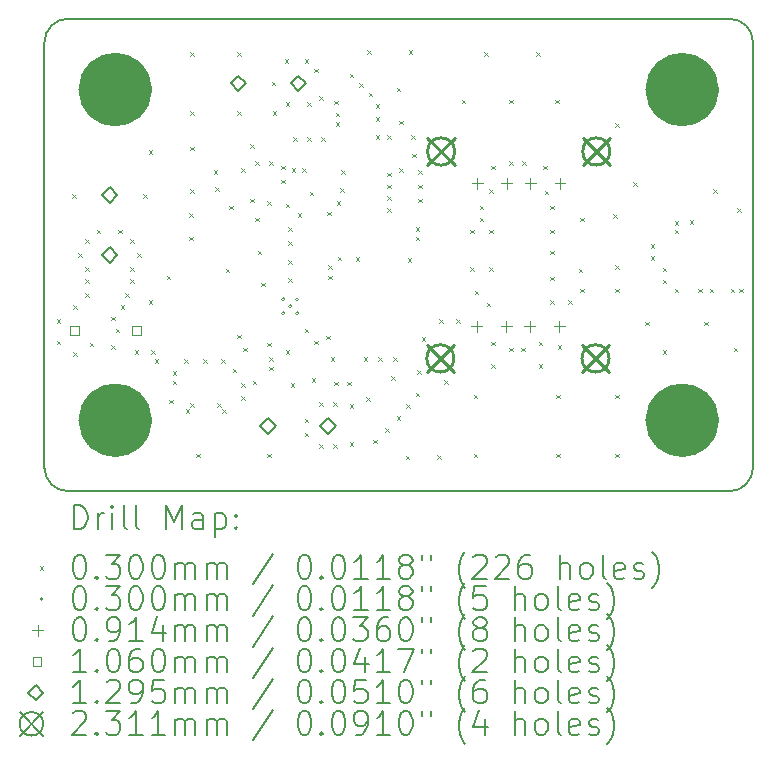
<source format=gbr>
%TF.GenerationSoftware,KiCad,Pcbnew,8.0.6*%
%TF.CreationDate,2025-03-29T16:44:28-07:00*%
%TF.ProjectId,RCA Radio Telescope,52434120-5261-4646-996f-2054656c6573,2.2*%
%TF.SameCoordinates,Original*%
%TF.FileFunction,Drillmap*%
%TF.FilePolarity,Positive*%
%FSLAX45Y45*%
G04 Gerber Fmt 4.5, Leading zero omitted, Abs format (unit mm)*
G04 Created by KiCad (PCBNEW 8.0.6) date 2025-03-29 16:44:28*
%MOMM*%
%LPD*%
G01*
G04 APERTURE LIST*
%ADD10C,3.100000*%
%ADD11C,0.200000*%
%ADD12C,0.100000*%
%ADD13C,0.106000*%
%ADD14C,0.129540*%
%ADD15C,0.231140*%
G04 APERTURE END LIST*
D10*
X2155000Y-2000000D02*
G75*
G02*
X1845000Y-2000000I-155000J0D01*
G01*
X1845000Y-2000000D02*
G75*
G02*
X2155000Y-2000000I155000J0D01*
G01*
D11*
X7200000Y-1400000D02*
G75*
G02*
X7400000Y-1600000I0J-200000D01*
G01*
X1400000Y-1600000D02*
G75*
G02*
X1600000Y-1400000I200000J0D01*
G01*
X1600000Y-1400000D02*
X7200000Y-1400000D01*
X7400000Y-5200000D02*
G75*
G02*
X7200000Y-5400000I-200000J0D01*
G01*
X7400000Y-1600000D02*
X7400000Y-5200000D01*
D10*
X6955000Y-2000000D02*
G75*
G02*
X6645000Y-2000000I-155000J0D01*
G01*
X6645000Y-2000000D02*
G75*
G02*
X6955000Y-2000000I155000J0D01*
G01*
X6955000Y-4800000D02*
G75*
G02*
X6645000Y-4800000I-155000J0D01*
G01*
X6645000Y-4800000D02*
G75*
G02*
X6955000Y-4800000I155000J0D01*
G01*
D11*
X1600000Y-5400000D02*
G75*
G02*
X1400000Y-5200000I0J200000D01*
G01*
X7200000Y-5400000D02*
X1600000Y-5400000D01*
D10*
X2155000Y-4800000D02*
G75*
G02*
X1845000Y-4800000I-155000J0D01*
G01*
X1845000Y-4800000D02*
G75*
G02*
X2155000Y-4800000I155000J0D01*
G01*
D11*
X1400000Y-5200000D02*
X1400000Y-1600000D01*
D12*
X1505000Y-3945000D02*
X1535000Y-3975000D01*
X1535000Y-3945000D02*
X1505000Y-3975000D01*
X1505000Y-4125000D02*
X1535000Y-4155000D01*
X1535000Y-4125000D02*
X1505000Y-4155000D01*
X1635000Y-2885000D02*
X1665000Y-2915000D01*
X1665000Y-2885000D02*
X1635000Y-2915000D01*
X1645000Y-3825000D02*
X1675000Y-3855000D01*
X1675000Y-3825000D02*
X1645000Y-3855000D01*
X1645000Y-4225000D02*
X1675000Y-4255000D01*
X1675000Y-4225000D02*
X1645000Y-4255000D01*
X1685000Y-3385000D02*
X1715000Y-3415000D01*
X1715000Y-3385000D02*
X1685000Y-3415000D01*
X1745000Y-3265000D02*
X1775000Y-3295000D01*
X1775000Y-3265000D02*
X1745000Y-3295000D01*
X1745000Y-3505000D02*
X1775000Y-3535000D01*
X1775000Y-3505000D02*
X1745000Y-3535000D01*
X1745000Y-3605000D02*
X1775000Y-3635000D01*
X1775000Y-3605000D02*
X1745000Y-3635000D01*
X1745000Y-3725000D02*
X1775000Y-3755000D01*
X1775000Y-3725000D02*
X1745000Y-3755000D01*
X1785000Y-4145000D02*
X1815000Y-4175000D01*
X1815000Y-4145000D02*
X1785000Y-4175000D01*
X1845000Y-3185000D02*
X1875000Y-3215000D01*
X1875000Y-3185000D02*
X1845000Y-3215000D01*
X1965000Y-3925000D02*
X1995000Y-3955000D01*
X1995000Y-3925000D02*
X1965000Y-3955000D01*
X1965000Y-4165000D02*
X1995000Y-4195000D01*
X1995000Y-4165000D02*
X1965000Y-4195000D01*
X2005000Y-4025000D02*
X2035000Y-4055000D01*
X2035000Y-4025000D02*
X2005000Y-4055000D01*
X2025000Y-3185000D02*
X2055000Y-3215000D01*
X2055000Y-3185000D02*
X2025000Y-3215000D01*
X2045000Y-3825000D02*
X2075000Y-3855000D01*
X2075000Y-3825000D02*
X2045000Y-3855000D01*
X2085000Y-3725000D02*
X2115000Y-3755000D01*
X2115000Y-3725000D02*
X2085000Y-3755000D01*
X2125000Y-3265000D02*
X2155000Y-3295000D01*
X2155000Y-3265000D02*
X2125000Y-3295000D01*
X2125000Y-3505000D02*
X2155000Y-3535000D01*
X2155000Y-3505000D02*
X2125000Y-3535000D01*
X2125000Y-3605000D02*
X2155000Y-3635000D01*
X2155000Y-3605000D02*
X2125000Y-3635000D01*
X2165000Y-4205000D02*
X2195000Y-4235000D01*
X2195000Y-4205000D02*
X2165000Y-4235000D01*
X2185000Y-3385000D02*
X2215000Y-3415000D01*
X2215000Y-3385000D02*
X2185000Y-3415000D01*
X2235000Y-2885000D02*
X2265000Y-2915000D01*
X2265000Y-2885000D02*
X2235000Y-2915000D01*
X2285000Y-2515000D02*
X2315000Y-2545000D01*
X2315000Y-2515000D02*
X2285000Y-2545000D01*
X2285000Y-3785000D02*
X2315000Y-3815000D01*
X2315000Y-3785000D02*
X2285000Y-3815000D01*
X2305000Y-4205000D02*
X2335000Y-4235000D01*
X2335000Y-4205000D02*
X2305000Y-4235000D01*
X2335000Y-4285000D02*
X2365000Y-4315000D01*
X2365000Y-4285000D02*
X2335000Y-4315000D01*
X2435000Y-3575000D02*
X2465000Y-3605000D01*
X2465000Y-3575000D02*
X2435000Y-3605000D01*
X2455000Y-4625000D02*
X2485000Y-4655000D01*
X2485000Y-4625000D02*
X2455000Y-4655000D01*
X2485000Y-4385000D02*
X2515000Y-4415000D01*
X2515000Y-4385000D02*
X2485000Y-4415000D01*
X2485000Y-4465000D02*
X2515000Y-4495000D01*
X2515000Y-4465000D02*
X2485000Y-4495000D01*
X2585000Y-4285000D02*
X2615000Y-4315000D01*
X2615000Y-4285000D02*
X2585000Y-4315000D01*
X2595000Y-4705000D02*
X2625000Y-4735000D01*
X2625000Y-4705000D02*
X2595000Y-4735000D01*
X2625000Y-3045000D02*
X2655000Y-3075000D01*
X2655000Y-3045000D02*
X2625000Y-3075000D01*
X2625000Y-3245000D02*
X2655000Y-3275000D01*
X2655000Y-3245000D02*
X2625000Y-3275000D01*
X2635000Y-1685000D02*
X2665000Y-1715000D01*
X2665000Y-1685000D02*
X2635000Y-1715000D01*
X2635000Y-2185000D02*
X2665000Y-2215000D01*
X2665000Y-2185000D02*
X2635000Y-2215000D01*
X2635000Y-2485000D02*
X2665000Y-2515000D01*
X2665000Y-2485000D02*
X2635000Y-2515000D01*
X2635000Y-2845000D02*
X2665000Y-2875000D01*
X2665000Y-2845000D02*
X2635000Y-2875000D01*
X2635000Y-4655000D02*
X2665000Y-4685000D01*
X2665000Y-4655000D02*
X2635000Y-4685000D01*
X2685000Y-5085000D02*
X2715000Y-5115000D01*
X2715000Y-5085000D02*
X2685000Y-5115000D01*
X2745000Y-4285000D02*
X2775000Y-4315000D01*
X2775000Y-4285000D02*
X2745000Y-4315000D01*
X2835000Y-2685000D02*
X2865000Y-2715000D01*
X2865000Y-2685000D02*
X2835000Y-2715000D01*
X2845000Y-2825000D02*
X2875000Y-2855000D01*
X2875000Y-2825000D02*
X2845000Y-2855000D01*
X2865000Y-4655000D02*
X2895000Y-4685000D01*
X2895000Y-4655000D02*
X2865000Y-4685000D01*
X2895000Y-4285000D02*
X2925000Y-4315000D01*
X2925000Y-4285000D02*
X2895000Y-4315000D01*
X2905000Y-4705000D02*
X2935000Y-4735000D01*
X2935000Y-4705000D02*
X2905000Y-4735000D01*
X2935000Y-3515000D02*
X2965000Y-3545000D01*
X2965000Y-3515000D02*
X2935000Y-3545000D01*
X2965000Y-2985000D02*
X2995000Y-3015000D01*
X2995000Y-2985000D02*
X2965000Y-3015000D01*
X2995000Y-4365000D02*
X3025000Y-4395000D01*
X3025000Y-4365000D02*
X2995000Y-4395000D01*
X3035000Y-1685000D02*
X3065000Y-1715000D01*
X3065000Y-1685000D02*
X3035000Y-1715000D01*
X3035000Y-2185000D02*
X3065000Y-2215000D01*
X3065000Y-2185000D02*
X3035000Y-2215000D01*
X3035000Y-4075000D02*
X3065000Y-4105000D01*
X3065000Y-4075000D02*
X3035000Y-4105000D01*
X3065000Y-2665000D02*
X3095000Y-2695000D01*
X3095000Y-2665000D02*
X3065000Y-2695000D01*
X3065000Y-4485000D02*
X3095000Y-4515000D01*
X3095000Y-4485000D02*
X3065000Y-4515000D01*
X3065000Y-4595000D02*
X3095000Y-4625000D01*
X3095000Y-4595000D02*
X3065000Y-4625000D01*
X3085000Y-4185000D02*
X3115000Y-4215000D01*
X3115000Y-4185000D02*
X3085000Y-4215000D01*
X3145000Y-2465000D02*
X3175000Y-2495000D01*
X3175000Y-2465000D02*
X3145000Y-2495000D01*
X3145000Y-2925000D02*
X3175000Y-2955000D01*
X3175000Y-2925000D02*
X3145000Y-2955000D01*
X3165000Y-4465000D02*
X3195000Y-4495000D01*
X3195000Y-4465000D02*
X3165000Y-4495000D01*
X3185000Y-2605000D02*
X3215000Y-2635000D01*
X3215000Y-2605000D02*
X3185000Y-2635000D01*
X3185000Y-3085000D02*
X3215000Y-3115000D01*
X3215000Y-3085000D02*
X3185000Y-3115000D01*
X3205000Y-3365000D02*
X3235000Y-3395000D01*
X3235000Y-3365000D02*
X3205000Y-3395000D01*
X3235000Y-3635000D02*
X3265000Y-3665000D01*
X3265000Y-3635000D02*
X3235000Y-3665000D01*
X3285000Y-2945000D02*
X3315000Y-2975000D01*
X3315000Y-2945000D02*
X3285000Y-2975000D01*
X3285000Y-4145000D02*
X3315000Y-4175000D01*
X3315000Y-4145000D02*
X3285000Y-4175000D01*
X3285000Y-5085000D02*
X3315000Y-5115000D01*
X3315000Y-5085000D02*
X3285000Y-5115000D01*
X3305000Y-2605000D02*
X3335000Y-2635000D01*
X3335000Y-2605000D02*
X3305000Y-2635000D01*
X3305000Y-4265000D02*
X3335000Y-4295000D01*
X3335000Y-4265000D02*
X3305000Y-4295000D01*
X3305000Y-4345000D02*
X3335000Y-4375000D01*
X3335000Y-4345000D02*
X3305000Y-4375000D01*
X3325000Y-1935000D02*
X3355000Y-1965000D01*
X3355000Y-1935000D02*
X3325000Y-1965000D01*
X3335000Y-2185000D02*
X3365000Y-2215000D01*
X3365000Y-2185000D02*
X3335000Y-2215000D01*
X3405000Y-2645000D02*
X3435000Y-2675000D01*
X3435000Y-2645000D02*
X3405000Y-2675000D01*
X3405000Y-2765000D02*
X3435000Y-2795000D01*
X3435000Y-2765000D02*
X3405000Y-2795000D01*
X3435000Y-1745000D02*
X3465000Y-1775000D01*
X3465000Y-1745000D02*
X3435000Y-1775000D01*
X3445000Y-2105000D02*
X3475000Y-2135000D01*
X3475000Y-2105000D02*
X3445000Y-2135000D01*
X3445000Y-2965000D02*
X3475000Y-2995000D01*
X3475000Y-2965000D02*
X3445000Y-2995000D01*
X3445000Y-4205000D02*
X3475000Y-4235000D01*
X3475000Y-4205000D02*
X3445000Y-4235000D01*
X3465000Y-3165000D02*
X3495000Y-3195000D01*
X3495000Y-3165000D02*
X3465000Y-3195000D01*
X3465000Y-3285000D02*
X3495000Y-3315000D01*
X3495000Y-3285000D02*
X3465000Y-3315000D01*
X3465000Y-3445000D02*
X3495000Y-3475000D01*
X3495000Y-3445000D02*
X3465000Y-3475000D01*
X3465000Y-3595000D02*
X3495000Y-3625000D01*
X3495000Y-3595000D02*
X3465000Y-3625000D01*
X3485000Y-4485000D02*
X3515000Y-4515000D01*
X3515000Y-4485000D02*
X3485000Y-4515000D01*
X3495000Y-2665000D02*
X3525000Y-2695000D01*
X3525000Y-2665000D02*
X3495000Y-2695000D01*
X3505000Y-2405000D02*
X3535000Y-2435000D01*
X3535000Y-2405000D02*
X3505000Y-2435000D01*
X3545000Y-3045000D02*
X3575000Y-3075000D01*
X3575000Y-3045000D02*
X3545000Y-3075000D01*
X3585000Y-2665000D02*
X3615000Y-2695000D01*
X3615000Y-2665000D02*
X3585000Y-2695000D01*
X3605000Y-1745000D02*
X3635000Y-1775000D01*
X3635000Y-1745000D02*
X3605000Y-1775000D01*
X3605000Y-4025000D02*
X3635000Y-4055000D01*
X3635000Y-4025000D02*
X3605000Y-4055000D01*
X3605000Y-4785000D02*
X3635000Y-4815000D01*
X3635000Y-4785000D02*
X3605000Y-4815000D01*
X3605000Y-4905000D02*
X3635000Y-4935000D01*
X3635000Y-4905000D02*
X3605000Y-4935000D01*
X3625000Y-2105000D02*
X3655000Y-2135000D01*
X3655000Y-2105000D02*
X3625000Y-2135000D01*
X3625000Y-2405000D02*
X3655000Y-2435000D01*
X3655000Y-2405000D02*
X3625000Y-2435000D01*
X3645000Y-2865000D02*
X3675000Y-2895000D01*
X3675000Y-2865000D02*
X3645000Y-2895000D01*
X3665000Y-4445000D02*
X3695000Y-4475000D01*
X3695000Y-4445000D02*
X3665000Y-4475000D01*
X3685000Y-1825000D02*
X3715000Y-1855000D01*
X3715000Y-1825000D02*
X3685000Y-1855000D01*
X3685000Y-4125000D02*
X3715000Y-4155000D01*
X3715000Y-4125000D02*
X3685000Y-4155000D01*
X3725000Y-2055000D02*
X3755000Y-2085000D01*
X3755000Y-2055000D02*
X3725000Y-2085000D01*
X3725000Y-4645000D02*
X3755000Y-4675000D01*
X3755000Y-4645000D02*
X3725000Y-4675000D01*
X3725000Y-5005000D02*
X3755000Y-5035000D01*
X3755000Y-5005000D02*
X3725000Y-5035000D01*
X3745000Y-2405000D02*
X3775000Y-2435000D01*
X3775000Y-2405000D02*
X3745000Y-2435000D01*
X3785000Y-4085000D02*
X3815000Y-4115000D01*
X3815000Y-4085000D02*
X3785000Y-4115000D01*
X3795000Y-3035000D02*
X3825000Y-3065000D01*
X3825000Y-3035000D02*
X3795000Y-3065000D01*
X3805000Y-3485000D02*
X3835000Y-3515000D01*
X3835000Y-3485000D02*
X3805000Y-3515000D01*
X3805000Y-3575000D02*
X3835000Y-3605000D01*
X3835000Y-3575000D02*
X3805000Y-3605000D01*
X3825000Y-4265000D02*
X3855000Y-4295000D01*
X3855000Y-4265000D02*
X3825000Y-4295000D01*
X3845000Y-4645000D02*
X3875000Y-4675000D01*
X3875000Y-4645000D02*
X3845000Y-4675000D01*
X3845000Y-5005000D02*
X3875000Y-5035000D01*
X3875000Y-5005000D02*
X3845000Y-5035000D01*
X3855000Y-2095000D02*
X3885000Y-2125000D01*
X3885000Y-2095000D02*
X3855000Y-2125000D01*
X3855000Y-4475000D02*
X3885000Y-4505000D01*
X3885000Y-4475000D02*
X3855000Y-4505000D01*
X3865000Y-2195000D02*
X3895000Y-2225000D01*
X3895000Y-2195000D02*
X3865000Y-2225000D01*
X3865000Y-2275000D02*
X3895000Y-2305000D01*
X3895000Y-2275000D02*
X3865000Y-2305000D01*
X3875000Y-2945000D02*
X3905000Y-2975000D01*
X3905000Y-2945000D02*
X3875000Y-2975000D01*
X3885000Y-3413750D02*
X3915000Y-3443750D01*
X3915000Y-3413750D02*
X3885000Y-3443750D01*
X3905000Y-2835000D02*
X3935000Y-2865000D01*
X3935000Y-2835000D02*
X3905000Y-2865000D01*
X3915000Y-2685000D02*
X3945000Y-2715000D01*
X3945000Y-2685000D02*
X3915000Y-2715000D01*
X3965000Y-4475000D02*
X3995000Y-4505000D01*
X3995000Y-4475000D02*
X3965000Y-4505000D01*
X3985000Y-1865000D02*
X4015000Y-1895000D01*
X4015000Y-1865000D02*
X3985000Y-1895000D01*
X3985000Y-4665000D02*
X4015000Y-4695000D01*
X4015000Y-4665000D02*
X3985000Y-4695000D01*
X3985000Y-4985000D02*
X4015000Y-5015000D01*
X4015000Y-4985000D02*
X3985000Y-5015000D01*
X4035000Y-3420000D02*
X4065000Y-3450000D01*
X4065000Y-3420000D02*
X4035000Y-3450000D01*
X4065000Y-1945000D02*
X4095000Y-1975000D01*
X4095000Y-1945000D02*
X4065000Y-1975000D01*
X4105000Y-4265000D02*
X4135000Y-4295000D01*
X4135000Y-4265000D02*
X4105000Y-4295000D01*
X4125000Y-4605000D02*
X4155000Y-4635000D01*
X4155000Y-4605000D02*
X4125000Y-4635000D01*
X4135000Y-1665000D02*
X4165000Y-1695000D01*
X4165000Y-1665000D02*
X4135000Y-1695000D01*
X4145000Y-2025000D02*
X4175000Y-2055000D01*
X4175000Y-2025000D02*
X4145000Y-2055000D01*
X4185000Y-4965000D02*
X4215000Y-4995000D01*
X4215000Y-4965000D02*
X4185000Y-4995000D01*
X4205000Y-2125000D02*
X4235000Y-2155000D01*
X4235000Y-2125000D02*
X4205000Y-2155000D01*
X4205000Y-2235000D02*
X4235000Y-2265000D01*
X4235000Y-2235000D02*
X4205000Y-2265000D01*
X4205000Y-2385000D02*
X4235000Y-2415000D01*
X4235000Y-2385000D02*
X4205000Y-2415000D01*
X4225000Y-4265000D02*
X4255000Y-4295000D01*
X4255000Y-4265000D02*
X4225000Y-4295000D01*
X4285000Y-4865000D02*
X4315000Y-4895000D01*
X4315000Y-4865000D02*
X4285000Y-4895000D01*
X4305000Y-2385000D02*
X4335000Y-2415000D01*
X4335000Y-2385000D02*
X4305000Y-2415000D01*
X4305000Y-2705000D02*
X4335000Y-2735000D01*
X4335000Y-2705000D02*
X4305000Y-2735000D01*
X4305000Y-2805000D02*
X4335000Y-2835000D01*
X4335000Y-2805000D02*
X4305000Y-2835000D01*
X4305000Y-2905000D02*
X4335000Y-2935000D01*
X4335000Y-2905000D02*
X4305000Y-2935000D01*
X4305000Y-3005000D02*
X4335000Y-3035000D01*
X4335000Y-3005000D02*
X4305000Y-3035000D01*
X4335000Y-4425000D02*
X4365000Y-4455000D01*
X4365000Y-4425000D02*
X4335000Y-4455000D01*
X4355000Y-4265000D02*
X4385000Y-4295000D01*
X4385000Y-4265000D02*
X4355000Y-4295000D01*
X4385000Y-1985000D02*
X4415000Y-2015000D01*
X4415000Y-1985000D02*
X4385000Y-2015000D01*
X4385000Y-4765000D02*
X4415000Y-4795000D01*
X4415000Y-4765000D02*
X4385000Y-4795000D01*
X4405000Y-2265000D02*
X4435000Y-2295000D01*
X4435000Y-2265000D02*
X4405000Y-2295000D01*
X4405000Y-2665000D02*
X4435000Y-2695000D01*
X4435000Y-2665000D02*
X4405000Y-2695000D01*
X4460000Y-5100000D02*
X4490000Y-5130000D01*
X4490000Y-5100000D02*
X4460000Y-5130000D01*
X4465000Y-4665000D02*
X4495000Y-4695000D01*
X4495000Y-4665000D02*
X4465000Y-4695000D01*
X4475000Y-3430000D02*
X4505000Y-3460000D01*
X4505000Y-3430000D02*
X4475000Y-3460000D01*
X4485000Y-1665000D02*
X4515000Y-1695000D01*
X4515000Y-1665000D02*
X4485000Y-1695000D01*
X4505000Y-2385000D02*
X4535000Y-2415000D01*
X4535000Y-2385000D02*
X4505000Y-2415000D01*
X4515000Y-2545000D02*
X4545000Y-2575000D01*
X4545000Y-2545000D02*
X4515000Y-2575000D01*
X4545000Y-3165000D02*
X4575000Y-3195000D01*
X4575000Y-3165000D02*
X4545000Y-3195000D01*
X4545000Y-3245000D02*
X4575000Y-3275000D01*
X4575000Y-3245000D02*
X4545000Y-3275000D01*
X4545000Y-4565000D02*
X4575000Y-4595000D01*
X4575000Y-4565000D02*
X4545000Y-4595000D01*
X4555000Y-4375000D02*
X4585000Y-4405000D01*
X4585000Y-4375000D02*
X4555000Y-4405000D01*
X4565000Y-2685000D02*
X4595000Y-2715000D01*
X4595000Y-2685000D02*
X4565000Y-2715000D01*
X4565000Y-2805000D02*
X4595000Y-2835000D01*
X4595000Y-2805000D02*
X4565000Y-2835000D01*
X4565000Y-2925000D02*
X4595000Y-2955000D01*
X4595000Y-2925000D02*
X4565000Y-2955000D01*
X4595000Y-4095000D02*
X4625000Y-4125000D01*
X4625000Y-4095000D02*
X4595000Y-4125000D01*
X4725000Y-5095000D02*
X4755000Y-5125000D01*
X4755000Y-5095000D02*
X4725000Y-5125000D01*
X4745000Y-3945000D02*
X4775000Y-3975000D01*
X4775000Y-3945000D02*
X4745000Y-3975000D01*
X4785000Y-4460000D02*
X4815000Y-4490000D01*
X4815000Y-4460000D02*
X4785000Y-4490000D01*
X4885000Y-3945000D02*
X4915000Y-3975000D01*
X4915000Y-3945000D02*
X4885000Y-3975000D01*
X4935000Y-2085000D02*
X4965000Y-2115000D01*
X4965000Y-2085000D02*
X4935000Y-2115000D01*
X5005000Y-3185000D02*
X5035000Y-3215000D01*
X5035000Y-3185000D02*
X5005000Y-3215000D01*
X5005000Y-3505000D02*
X5035000Y-3535000D01*
X5035000Y-3505000D02*
X5005000Y-3535000D01*
X5035000Y-4585000D02*
X5065000Y-4615000D01*
X5065000Y-4585000D02*
X5035000Y-4615000D01*
X5035000Y-5085000D02*
X5065000Y-5115000D01*
X5065000Y-5085000D02*
X5035000Y-5115000D01*
X5045000Y-3705000D02*
X5075000Y-3735000D01*
X5075000Y-3705000D02*
X5045000Y-3735000D01*
X5085000Y-2985000D02*
X5115000Y-3015000D01*
X5115000Y-2985000D02*
X5085000Y-3015000D01*
X5085000Y-3085000D02*
X5115000Y-3115000D01*
X5115000Y-3085000D02*
X5085000Y-3115000D01*
X5125000Y-1685000D02*
X5155000Y-1715000D01*
X5155000Y-1685000D02*
X5125000Y-1715000D01*
X5145000Y-3805000D02*
X5175000Y-3835000D01*
X5175000Y-3805000D02*
X5145000Y-3835000D01*
X5165000Y-2845000D02*
X5195000Y-2875000D01*
X5195000Y-2845000D02*
X5165000Y-2875000D01*
X5165000Y-3185000D02*
X5195000Y-3215000D01*
X5195000Y-3185000D02*
X5165000Y-3215000D01*
X5165000Y-3505000D02*
X5195000Y-3535000D01*
X5195000Y-3505000D02*
X5165000Y-3535000D01*
X5185000Y-2645000D02*
X5215000Y-2675000D01*
X5215000Y-2645000D02*
X5185000Y-2675000D01*
X5185000Y-4135000D02*
X5215000Y-4165000D01*
X5215000Y-4135000D02*
X5185000Y-4165000D01*
X5185000Y-4325000D02*
X5215000Y-4355000D01*
X5215000Y-4325000D02*
X5185000Y-4355000D01*
X5335000Y-2085000D02*
X5365000Y-2115000D01*
X5365000Y-2085000D02*
X5335000Y-2115000D01*
X5335000Y-2605000D02*
X5365000Y-2635000D01*
X5365000Y-2605000D02*
X5335000Y-2635000D01*
X5335000Y-4185000D02*
X5365000Y-4215000D01*
X5365000Y-4185000D02*
X5335000Y-4215000D01*
X5435000Y-4185000D02*
X5465000Y-4215000D01*
X5465000Y-4185000D02*
X5435000Y-4215000D01*
X5445000Y-2605000D02*
X5475000Y-2635000D01*
X5475000Y-2605000D02*
X5445000Y-2635000D01*
X5565000Y-1685000D02*
X5595000Y-1715000D01*
X5595000Y-1685000D02*
X5565000Y-1715000D01*
X5585000Y-4135000D02*
X5615000Y-4165000D01*
X5615000Y-4135000D02*
X5585000Y-4165000D01*
X5585000Y-4325000D02*
X5615000Y-4355000D01*
X5615000Y-4325000D02*
X5585000Y-4355000D01*
X5625000Y-2645000D02*
X5655000Y-2675000D01*
X5655000Y-2645000D02*
X5625000Y-2675000D01*
X5635000Y-2855000D02*
X5665000Y-2885000D01*
X5665000Y-2855000D02*
X5635000Y-2885000D01*
X5685000Y-2985000D02*
X5715000Y-3015000D01*
X5715000Y-2985000D02*
X5685000Y-3015000D01*
X5685000Y-3185000D02*
X5715000Y-3215000D01*
X5715000Y-3185000D02*
X5685000Y-3215000D01*
X5685000Y-3365000D02*
X5715000Y-3395000D01*
X5715000Y-3365000D02*
X5685000Y-3395000D01*
X5685000Y-3585000D02*
X5715000Y-3615000D01*
X5715000Y-3585000D02*
X5685000Y-3615000D01*
X5685000Y-3785000D02*
X5715000Y-3815000D01*
X5715000Y-3785000D02*
X5685000Y-3815000D01*
X5725000Y-2085000D02*
X5755000Y-2115000D01*
X5755000Y-2085000D02*
X5725000Y-2115000D01*
X5735000Y-4585000D02*
X5765000Y-4615000D01*
X5765000Y-4585000D02*
X5735000Y-4615000D01*
X5735000Y-5085000D02*
X5765000Y-5115000D01*
X5765000Y-5085000D02*
X5735000Y-5115000D01*
X5745000Y-4165000D02*
X5775000Y-4195000D01*
X5775000Y-4165000D02*
X5745000Y-4195000D01*
X5835000Y-3785000D02*
X5865000Y-3815000D01*
X5865000Y-3785000D02*
X5835000Y-3815000D01*
X5925000Y-3515000D02*
X5955000Y-3545000D01*
X5955000Y-3515000D02*
X5925000Y-3545000D01*
X5935000Y-3085000D02*
X5965000Y-3115000D01*
X5965000Y-3085000D02*
X5935000Y-3115000D01*
X5935000Y-3685000D02*
X5965000Y-3715000D01*
X5965000Y-3685000D02*
X5935000Y-3715000D01*
X6215000Y-3055000D02*
X6245000Y-3085000D01*
X6245000Y-3055000D02*
X6215000Y-3085000D01*
X6235000Y-2285000D02*
X6265000Y-2315000D01*
X6265000Y-2285000D02*
X6235000Y-2315000D01*
X6235000Y-3485000D02*
X6265000Y-3515000D01*
X6265000Y-3485000D02*
X6235000Y-3515000D01*
X6235000Y-3685000D02*
X6265000Y-3715000D01*
X6265000Y-3685000D02*
X6235000Y-3715000D01*
X6235000Y-4585000D02*
X6265000Y-4615000D01*
X6265000Y-4585000D02*
X6235000Y-4615000D01*
X6235000Y-5085000D02*
X6265000Y-5115000D01*
X6265000Y-5085000D02*
X6235000Y-5115000D01*
X6385000Y-2785000D02*
X6415000Y-2815000D01*
X6415000Y-2785000D02*
X6385000Y-2815000D01*
X6485000Y-3965000D02*
X6515000Y-3995000D01*
X6515000Y-3965000D02*
X6485000Y-3995000D01*
X6535000Y-3310000D02*
X6565000Y-3340000D01*
X6565000Y-3310000D02*
X6535000Y-3340000D01*
X6535000Y-3410000D02*
X6565000Y-3440000D01*
X6565000Y-3410000D02*
X6535000Y-3440000D01*
X6635000Y-3510000D02*
X6665000Y-3540000D01*
X6665000Y-3510000D02*
X6635000Y-3540000D01*
X6635000Y-3610000D02*
X6665000Y-3640000D01*
X6665000Y-3610000D02*
X6635000Y-3640000D01*
X6635000Y-4205000D02*
X6665000Y-4235000D01*
X6665000Y-4205000D02*
X6635000Y-4235000D01*
X6735000Y-3115000D02*
X6765000Y-3145000D01*
X6765000Y-3115000D02*
X6735000Y-3145000D01*
X6735000Y-3185000D02*
X6765000Y-3215000D01*
X6765000Y-3185000D02*
X6735000Y-3215000D01*
X6735000Y-3685000D02*
X6765000Y-3715000D01*
X6765000Y-3685000D02*
X6735000Y-3715000D01*
X6865000Y-3105000D02*
X6895000Y-3135000D01*
X6895000Y-3105000D02*
X6865000Y-3135000D01*
X6935000Y-3685000D02*
X6965000Y-3715000D01*
X6965000Y-3685000D02*
X6935000Y-3715000D01*
X6985000Y-3965000D02*
X7015000Y-3995000D01*
X7015000Y-3965000D02*
X6985000Y-3995000D01*
X7035000Y-3685000D02*
X7065000Y-3715000D01*
X7065000Y-3685000D02*
X7035000Y-3715000D01*
X7065000Y-2845000D02*
X7095000Y-2875000D01*
X7095000Y-2845000D02*
X7065000Y-2875000D01*
X7210000Y-3685000D02*
X7240000Y-3715000D01*
X7240000Y-3685000D02*
X7210000Y-3715000D01*
X7235000Y-4185000D02*
X7265000Y-4215000D01*
X7265000Y-4185000D02*
X7235000Y-4215000D01*
X7265000Y-3005000D02*
X7295000Y-3035000D01*
X7295000Y-3005000D02*
X7265000Y-3035000D01*
X7285000Y-3685000D02*
X7315000Y-3715000D01*
X7315000Y-3685000D02*
X7285000Y-3715000D01*
X3436000Y-3776000D02*
G75*
G02*
X3406000Y-3776000I-15000J0D01*
G01*
X3406000Y-3776000D02*
G75*
G02*
X3436000Y-3776000I15000J0D01*
G01*
X3436000Y-3894000D02*
G75*
G02*
X3406000Y-3894000I-15000J0D01*
G01*
X3406000Y-3894000D02*
G75*
G02*
X3436000Y-3894000I15000J0D01*
G01*
X3495000Y-3835000D02*
G75*
G02*
X3465000Y-3835000I-15000J0D01*
G01*
X3465000Y-3835000D02*
G75*
G02*
X3495000Y-3835000I15000J0D01*
G01*
X3554000Y-3776000D02*
G75*
G02*
X3524000Y-3776000I-15000J0D01*
G01*
X3524000Y-3776000D02*
G75*
G02*
X3554000Y-3776000I15000J0D01*
G01*
X3554000Y-3894000D02*
G75*
G02*
X3524000Y-3894000I-15000J0D01*
G01*
X3524000Y-3894000D02*
G75*
G02*
X3554000Y-3894000I15000J0D01*
G01*
X5059250Y-3959340D02*
X5059250Y-4050780D01*
X5013530Y-4005060D02*
X5104970Y-4005060D01*
X5065750Y-2749220D02*
X5065750Y-2840660D01*
X5020030Y-2794940D02*
X5111470Y-2794940D01*
X5309250Y-3959340D02*
X5309250Y-4050780D01*
X5263530Y-4005060D02*
X5354970Y-4005060D01*
X5315750Y-2749220D02*
X5315750Y-2840660D01*
X5270030Y-2794940D02*
X5361470Y-2794940D01*
X5509250Y-3959340D02*
X5509250Y-4050780D01*
X5463530Y-4005060D02*
X5554970Y-4005060D01*
X5515750Y-2749220D02*
X5515750Y-2840660D01*
X5470030Y-2794940D02*
X5561470Y-2794940D01*
X5759250Y-3959340D02*
X5759250Y-4050780D01*
X5713530Y-4005060D02*
X5804970Y-4005060D01*
X5765750Y-2749220D02*
X5765750Y-2840660D01*
X5720030Y-2794940D02*
X5811470Y-2794940D01*
D13*
X1694977Y-4078977D02*
X1694977Y-4004023D01*
X1620023Y-4004023D01*
X1620023Y-4078977D01*
X1694977Y-4078977D01*
X2219977Y-4078977D02*
X2219977Y-4004023D01*
X2145023Y-4004023D01*
X2145023Y-4078977D01*
X2219977Y-4078977D01*
D14*
X1952500Y-2957430D02*
X2017270Y-2892660D01*
X1952500Y-2827890D01*
X1887730Y-2892660D01*
X1952500Y-2957430D01*
X1952500Y-3465430D02*
X2017270Y-3400660D01*
X1952500Y-3335890D01*
X1887730Y-3400660D01*
X1952500Y-3465430D01*
X3042660Y-2012270D02*
X3107430Y-1947500D01*
X3042660Y-1882730D01*
X2977890Y-1947500D01*
X3042660Y-2012270D01*
X3292660Y-4912270D02*
X3357430Y-4847500D01*
X3292660Y-4782730D01*
X3227890Y-4847500D01*
X3292660Y-4912270D01*
X3550660Y-2012270D02*
X3615430Y-1947500D01*
X3550660Y-1882730D01*
X3485890Y-1947500D01*
X3550660Y-2012270D01*
X3800660Y-4912270D02*
X3865430Y-4847500D01*
X3800660Y-4782730D01*
X3735890Y-4847500D01*
X3800660Y-4912270D01*
D15*
X4636680Y-4160490D02*
X4867820Y-4391630D01*
X4867820Y-4160490D02*
X4636680Y-4391630D01*
X4867820Y-4276060D02*
G75*
G02*
X4636680Y-4276060I-115570J0D01*
G01*
X4636680Y-4276060D02*
G75*
G02*
X4867820Y-4276060I115570J0D01*
G01*
X4643180Y-2408370D02*
X4874320Y-2639510D01*
X4874320Y-2408370D02*
X4643180Y-2639510D01*
X4874320Y-2523940D02*
G75*
G02*
X4643180Y-2523940I-115570J0D01*
G01*
X4643180Y-2523940D02*
G75*
G02*
X4874320Y-2523940I115570J0D01*
G01*
X5950680Y-4160490D02*
X6181820Y-4391630D01*
X6181820Y-4160490D02*
X5950680Y-4391630D01*
X6181820Y-4276060D02*
G75*
G02*
X5950680Y-4276060I-115570J0D01*
G01*
X5950680Y-4276060D02*
G75*
G02*
X6181820Y-4276060I115570J0D01*
G01*
X5957180Y-2408370D02*
X6188320Y-2639510D01*
X6188320Y-2408370D02*
X5957180Y-2639510D01*
X6188320Y-2523940D02*
G75*
G02*
X5957180Y-2523940I-115570J0D01*
G01*
X5957180Y-2523940D02*
G75*
G02*
X6188320Y-2523940I115570J0D01*
G01*
D11*
X1650777Y-5721484D02*
X1650777Y-5521484D01*
X1650777Y-5521484D02*
X1698396Y-5521484D01*
X1698396Y-5521484D02*
X1726967Y-5531008D01*
X1726967Y-5531008D02*
X1746015Y-5550055D01*
X1746015Y-5550055D02*
X1755539Y-5569103D01*
X1755539Y-5569103D02*
X1765062Y-5607198D01*
X1765062Y-5607198D02*
X1765062Y-5635769D01*
X1765062Y-5635769D02*
X1755539Y-5673865D01*
X1755539Y-5673865D02*
X1746015Y-5692912D01*
X1746015Y-5692912D02*
X1726967Y-5711960D01*
X1726967Y-5711960D02*
X1698396Y-5721484D01*
X1698396Y-5721484D02*
X1650777Y-5721484D01*
X1850777Y-5721484D02*
X1850777Y-5588150D01*
X1850777Y-5626246D02*
X1860301Y-5607198D01*
X1860301Y-5607198D02*
X1869824Y-5597674D01*
X1869824Y-5597674D02*
X1888872Y-5588150D01*
X1888872Y-5588150D02*
X1907920Y-5588150D01*
X1974586Y-5721484D02*
X1974586Y-5588150D01*
X1974586Y-5521484D02*
X1965062Y-5531008D01*
X1965062Y-5531008D02*
X1974586Y-5540531D01*
X1974586Y-5540531D02*
X1984110Y-5531008D01*
X1984110Y-5531008D02*
X1974586Y-5521484D01*
X1974586Y-5521484D02*
X1974586Y-5540531D01*
X2098396Y-5721484D02*
X2079348Y-5711960D01*
X2079348Y-5711960D02*
X2069824Y-5692912D01*
X2069824Y-5692912D02*
X2069824Y-5521484D01*
X2203158Y-5721484D02*
X2184110Y-5711960D01*
X2184110Y-5711960D02*
X2174586Y-5692912D01*
X2174586Y-5692912D02*
X2174586Y-5521484D01*
X2431729Y-5721484D02*
X2431729Y-5521484D01*
X2431729Y-5521484D02*
X2498396Y-5664341D01*
X2498396Y-5664341D02*
X2565063Y-5521484D01*
X2565063Y-5521484D02*
X2565063Y-5721484D01*
X2746015Y-5721484D02*
X2746015Y-5616722D01*
X2746015Y-5616722D02*
X2736491Y-5597674D01*
X2736491Y-5597674D02*
X2717444Y-5588150D01*
X2717444Y-5588150D02*
X2679348Y-5588150D01*
X2679348Y-5588150D02*
X2660301Y-5597674D01*
X2746015Y-5711960D02*
X2726967Y-5721484D01*
X2726967Y-5721484D02*
X2679348Y-5721484D01*
X2679348Y-5721484D02*
X2660301Y-5711960D01*
X2660301Y-5711960D02*
X2650777Y-5692912D01*
X2650777Y-5692912D02*
X2650777Y-5673865D01*
X2650777Y-5673865D02*
X2660301Y-5654817D01*
X2660301Y-5654817D02*
X2679348Y-5645293D01*
X2679348Y-5645293D02*
X2726967Y-5645293D01*
X2726967Y-5645293D02*
X2746015Y-5635769D01*
X2841253Y-5588150D02*
X2841253Y-5788150D01*
X2841253Y-5597674D02*
X2860301Y-5588150D01*
X2860301Y-5588150D02*
X2898396Y-5588150D01*
X2898396Y-5588150D02*
X2917443Y-5597674D01*
X2917443Y-5597674D02*
X2926967Y-5607198D01*
X2926967Y-5607198D02*
X2936491Y-5626246D01*
X2936491Y-5626246D02*
X2936491Y-5683388D01*
X2936491Y-5683388D02*
X2926967Y-5702436D01*
X2926967Y-5702436D02*
X2917443Y-5711960D01*
X2917443Y-5711960D02*
X2898396Y-5721484D01*
X2898396Y-5721484D02*
X2860301Y-5721484D01*
X2860301Y-5721484D02*
X2841253Y-5711960D01*
X3022205Y-5702436D02*
X3031729Y-5711960D01*
X3031729Y-5711960D02*
X3022205Y-5721484D01*
X3022205Y-5721484D02*
X3012682Y-5711960D01*
X3012682Y-5711960D02*
X3022205Y-5702436D01*
X3022205Y-5702436D02*
X3022205Y-5721484D01*
X3022205Y-5597674D02*
X3031729Y-5607198D01*
X3031729Y-5607198D02*
X3022205Y-5616722D01*
X3022205Y-5616722D02*
X3012682Y-5607198D01*
X3012682Y-5607198D02*
X3022205Y-5597674D01*
X3022205Y-5597674D02*
X3022205Y-5616722D01*
D12*
X1360000Y-6035000D02*
X1390000Y-6065000D01*
X1390000Y-6035000D02*
X1360000Y-6065000D01*
D11*
X1688872Y-5941484D02*
X1707920Y-5941484D01*
X1707920Y-5941484D02*
X1726967Y-5951008D01*
X1726967Y-5951008D02*
X1736491Y-5960531D01*
X1736491Y-5960531D02*
X1746015Y-5979579D01*
X1746015Y-5979579D02*
X1755539Y-6017674D01*
X1755539Y-6017674D02*
X1755539Y-6065293D01*
X1755539Y-6065293D02*
X1746015Y-6103388D01*
X1746015Y-6103388D02*
X1736491Y-6122436D01*
X1736491Y-6122436D02*
X1726967Y-6131960D01*
X1726967Y-6131960D02*
X1707920Y-6141484D01*
X1707920Y-6141484D02*
X1688872Y-6141484D01*
X1688872Y-6141484D02*
X1669824Y-6131960D01*
X1669824Y-6131960D02*
X1660301Y-6122436D01*
X1660301Y-6122436D02*
X1650777Y-6103388D01*
X1650777Y-6103388D02*
X1641253Y-6065293D01*
X1641253Y-6065293D02*
X1641253Y-6017674D01*
X1641253Y-6017674D02*
X1650777Y-5979579D01*
X1650777Y-5979579D02*
X1660301Y-5960531D01*
X1660301Y-5960531D02*
X1669824Y-5951008D01*
X1669824Y-5951008D02*
X1688872Y-5941484D01*
X1841253Y-6122436D02*
X1850777Y-6131960D01*
X1850777Y-6131960D02*
X1841253Y-6141484D01*
X1841253Y-6141484D02*
X1831729Y-6131960D01*
X1831729Y-6131960D02*
X1841253Y-6122436D01*
X1841253Y-6122436D02*
X1841253Y-6141484D01*
X1917443Y-5941484D02*
X2041253Y-5941484D01*
X2041253Y-5941484D02*
X1974586Y-6017674D01*
X1974586Y-6017674D02*
X2003158Y-6017674D01*
X2003158Y-6017674D02*
X2022205Y-6027198D01*
X2022205Y-6027198D02*
X2031729Y-6036722D01*
X2031729Y-6036722D02*
X2041253Y-6055769D01*
X2041253Y-6055769D02*
X2041253Y-6103388D01*
X2041253Y-6103388D02*
X2031729Y-6122436D01*
X2031729Y-6122436D02*
X2022205Y-6131960D01*
X2022205Y-6131960D02*
X2003158Y-6141484D01*
X2003158Y-6141484D02*
X1946015Y-6141484D01*
X1946015Y-6141484D02*
X1926967Y-6131960D01*
X1926967Y-6131960D02*
X1917443Y-6122436D01*
X2165063Y-5941484D02*
X2184110Y-5941484D01*
X2184110Y-5941484D02*
X2203158Y-5951008D01*
X2203158Y-5951008D02*
X2212682Y-5960531D01*
X2212682Y-5960531D02*
X2222205Y-5979579D01*
X2222205Y-5979579D02*
X2231729Y-6017674D01*
X2231729Y-6017674D02*
X2231729Y-6065293D01*
X2231729Y-6065293D02*
X2222205Y-6103388D01*
X2222205Y-6103388D02*
X2212682Y-6122436D01*
X2212682Y-6122436D02*
X2203158Y-6131960D01*
X2203158Y-6131960D02*
X2184110Y-6141484D01*
X2184110Y-6141484D02*
X2165063Y-6141484D01*
X2165063Y-6141484D02*
X2146015Y-6131960D01*
X2146015Y-6131960D02*
X2136491Y-6122436D01*
X2136491Y-6122436D02*
X2126967Y-6103388D01*
X2126967Y-6103388D02*
X2117444Y-6065293D01*
X2117444Y-6065293D02*
X2117444Y-6017674D01*
X2117444Y-6017674D02*
X2126967Y-5979579D01*
X2126967Y-5979579D02*
X2136491Y-5960531D01*
X2136491Y-5960531D02*
X2146015Y-5951008D01*
X2146015Y-5951008D02*
X2165063Y-5941484D01*
X2355539Y-5941484D02*
X2374586Y-5941484D01*
X2374586Y-5941484D02*
X2393634Y-5951008D01*
X2393634Y-5951008D02*
X2403158Y-5960531D01*
X2403158Y-5960531D02*
X2412682Y-5979579D01*
X2412682Y-5979579D02*
X2422205Y-6017674D01*
X2422205Y-6017674D02*
X2422205Y-6065293D01*
X2422205Y-6065293D02*
X2412682Y-6103388D01*
X2412682Y-6103388D02*
X2403158Y-6122436D01*
X2403158Y-6122436D02*
X2393634Y-6131960D01*
X2393634Y-6131960D02*
X2374586Y-6141484D01*
X2374586Y-6141484D02*
X2355539Y-6141484D01*
X2355539Y-6141484D02*
X2336491Y-6131960D01*
X2336491Y-6131960D02*
X2326967Y-6122436D01*
X2326967Y-6122436D02*
X2317444Y-6103388D01*
X2317444Y-6103388D02*
X2307920Y-6065293D01*
X2307920Y-6065293D02*
X2307920Y-6017674D01*
X2307920Y-6017674D02*
X2317444Y-5979579D01*
X2317444Y-5979579D02*
X2326967Y-5960531D01*
X2326967Y-5960531D02*
X2336491Y-5951008D01*
X2336491Y-5951008D02*
X2355539Y-5941484D01*
X2507920Y-6141484D02*
X2507920Y-6008150D01*
X2507920Y-6027198D02*
X2517444Y-6017674D01*
X2517444Y-6017674D02*
X2536491Y-6008150D01*
X2536491Y-6008150D02*
X2565063Y-6008150D01*
X2565063Y-6008150D02*
X2584110Y-6017674D01*
X2584110Y-6017674D02*
X2593634Y-6036722D01*
X2593634Y-6036722D02*
X2593634Y-6141484D01*
X2593634Y-6036722D02*
X2603158Y-6017674D01*
X2603158Y-6017674D02*
X2622205Y-6008150D01*
X2622205Y-6008150D02*
X2650777Y-6008150D01*
X2650777Y-6008150D02*
X2669825Y-6017674D01*
X2669825Y-6017674D02*
X2679348Y-6036722D01*
X2679348Y-6036722D02*
X2679348Y-6141484D01*
X2774586Y-6141484D02*
X2774586Y-6008150D01*
X2774586Y-6027198D02*
X2784110Y-6017674D01*
X2784110Y-6017674D02*
X2803158Y-6008150D01*
X2803158Y-6008150D02*
X2831729Y-6008150D01*
X2831729Y-6008150D02*
X2850777Y-6017674D01*
X2850777Y-6017674D02*
X2860301Y-6036722D01*
X2860301Y-6036722D02*
X2860301Y-6141484D01*
X2860301Y-6036722D02*
X2869824Y-6017674D01*
X2869824Y-6017674D02*
X2888872Y-6008150D01*
X2888872Y-6008150D02*
X2917443Y-6008150D01*
X2917443Y-6008150D02*
X2936491Y-6017674D01*
X2936491Y-6017674D02*
X2946015Y-6036722D01*
X2946015Y-6036722D02*
X2946015Y-6141484D01*
X3336491Y-5931960D02*
X3165063Y-6189103D01*
X3593634Y-5941484D02*
X3612682Y-5941484D01*
X3612682Y-5941484D02*
X3631729Y-5951008D01*
X3631729Y-5951008D02*
X3641253Y-5960531D01*
X3641253Y-5960531D02*
X3650777Y-5979579D01*
X3650777Y-5979579D02*
X3660301Y-6017674D01*
X3660301Y-6017674D02*
X3660301Y-6065293D01*
X3660301Y-6065293D02*
X3650777Y-6103388D01*
X3650777Y-6103388D02*
X3641253Y-6122436D01*
X3641253Y-6122436D02*
X3631729Y-6131960D01*
X3631729Y-6131960D02*
X3612682Y-6141484D01*
X3612682Y-6141484D02*
X3593634Y-6141484D01*
X3593634Y-6141484D02*
X3574586Y-6131960D01*
X3574586Y-6131960D02*
X3565063Y-6122436D01*
X3565063Y-6122436D02*
X3555539Y-6103388D01*
X3555539Y-6103388D02*
X3546015Y-6065293D01*
X3546015Y-6065293D02*
X3546015Y-6017674D01*
X3546015Y-6017674D02*
X3555539Y-5979579D01*
X3555539Y-5979579D02*
X3565063Y-5960531D01*
X3565063Y-5960531D02*
X3574586Y-5951008D01*
X3574586Y-5951008D02*
X3593634Y-5941484D01*
X3746015Y-6122436D02*
X3755539Y-6131960D01*
X3755539Y-6131960D02*
X3746015Y-6141484D01*
X3746015Y-6141484D02*
X3736491Y-6131960D01*
X3736491Y-6131960D02*
X3746015Y-6122436D01*
X3746015Y-6122436D02*
X3746015Y-6141484D01*
X3879348Y-5941484D02*
X3898396Y-5941484D01*
X3898396Y-5941484D02*
X3917444Y-5951008D01*
X3917444Y-5951008D02*
X3926967Y-5960531D01*
X3926967Y-5960531D02*
X3936491Y-5979579D01*
X3936491Y-5979579D02*
X3946015Y-6017674D01*
X3946015Y-6017674D02*
X3946015Y-6065293D01*
X3946015Y-6065293D02*
X3936491Y-6103388D01*
X3936491Y-6103388D02*
X3926967Y-6122436D01*
X3926967Y-6122436D02*
X3917444Y-6131960D01*
X3917444Y-6131960D02*
X3898396Y-6141484D01*
X3898396Y-6141484D02*
X3879348Y-6141484D01*
X3879348Y-6141484D02*
X3860301Y-6131960D01*
X3860301Y-6131960D02*
X3850777Y-6122436D01*
X3850777Y-6122436D02*
X3841253Y-6103388D01*
X3841253Y-6103388D02*
X3831729Y-6065293D01*
X3831729Y-6065293D02*
X3831729Y-6017674D01*
X3831729Y-6017674D02*
X3841253Y-5979579D01*
X3841253Y-5979579D02*
X3850777Y-5960531D01*
X3850777Y-5960531D02*
X3860301Y-5951008D01*
X3860301Y-5951008D02*
X3879348Y-5941484D01*
X4136491Y-6141484D02*
X4022206Y-6141484D01*
X4079348Y-6141484D02*
X4079348Y-5941484D01*
X4079348Y-5941484D02*
X4060301Y-5970055D01*
X4060301Y-5970055D02*
X4041253Y-5989103D01*
X4041253Y-5989103D02*
X4022206Y-5998627D01*
X4326968Y-6141484D02*
X4212682Y-6141484D01*
X4269825Y-6141484D02*
X4269825Y-5941484D01*
X4269825Y-5941484D02*
X4250777Y-5970055D01*
X4250777Y-5970055D02*
X4231729Y-5989103D01*
X4231729Y-5989103D02*
X4212682Y-5998627D01*
X4441253Y-6027198D02*
X4422206Y-6017674D01*
X4422206Y-6017674D02*
X4412682Y-6008150D01*
X4412682Y-6008150D02*
X4403158Y-5989103D01*
X4403158Y-5989103D02*
X4403158Y-5979579D01*
X4403158Y-5979579D02*
X4412682Y-5960531D01*
X4412682Y-5960531D02*
X4422206Y-5951008D01*
X4422206Y-5951008D02*
X4441253Y-5941484D01*
X4441253Y-5941484D02*
X4479349Y-5941484D01*
X4479349Y-5941484D02*
X4498396Y-5951008D01*
X4498396Y-5951008D02*
X4507920Y-5960531D01*
X4507920Y-5960531D02*
X4517444Y-5979579D01*
X4517444Y-5979579D02*
X4517444Y-5989103D01*
X4517444Y-5989103D02*
X4507920Y-6008150D01*
X4507920Y-6008150D02*
X4498396Y-6017674D01*
X4498396Y-6017674D02*
X4479349Y-6027198D01*
X4479349Y-6027198D02*
X4441253Y-6027198D01*
X4441253Y-6027198D02*
X4422206Y-6036722D01*
X4422206Y-6036722D02*
X4412682Y-6046246D01*
X4412682Y-6046246D02*
X4403158Y-6065293D01*
X4403158Y-6065293D02*
X4403158Y-6103388D01*
X4403158Y-6103388D02*
X4412682Y-6122436D01*
X4412682Y-6122436D02*
X4422206Y-6131960D01*
X4422206Y-6131960D02*
X4441253Y-6141484D01*
X4441253Y-6141484D02*
X4479349Y-6141484D01*
X4479349Y-6141484D02*
X4498396Y-6131960D01*
X4498396Y-6131960D02*
X4507920Y-6122436D01*
X4507920Y-6122436D02*
X4517444Y-6103388D01*
X4517444Y-6103388D02*
X4517444Y-6065293D01*
X4517444Y-6065293D02*
X4507920Y-6046246D01*
X4507920Y-6046246D02*
X4498396Y-6036722D01*
X4498396Y-6036722D02*
X4479349Y-6027198D01*
X4593634Y-5941484D02*
X4593634Y-5979579D01*
X4669825Y-5941484D02*
X4669825Y-5979579D01*
X4965063Y-6217674D02*
X4955539Y-6208150D01*
X4955539Y-6208150D02*
X4936491Y-6179579D01*
X4936491Y-6179579D02*
X4926968Y-6160531D01*
X4926968Y-6160531D02*
X4917444Y-6131960D01*
X4917444Y-6131960D02*
X4907920Y-6084341D01*
X4907920Y-6084341D02*
X4907920Y-6046246D01*
X4907920Y-6046246D02*
X4917444Y-5998627D01*
X4917444Y-5998627D02*
X4926968Y-5970055D01*
X4926968Y-5970055D02*
X4936491Y-5951008D01*
X4936491Y-5951008D02*
X4955539Y-5922436D01*
X4955539Y-5922436D02*
X4965063Y-5912912D01*
X5031730Y-5960531D02*
X5041253Y-5951008D01*
X5041253Y-5951008D02*
X5060301Y-5941484D01*
X5060301Y-5941484D02*
X5107920Y-5941484D01*
X5107920Y-5941484D02*
X5126968Y-5951008D01*
X5126968Y-5951008D02*
X5136491Y-5960531D01*
X5136491Y-5960531D02*
X5146015Y-5979579D01*
X5146015Y-5979579D02*
X5146015Y-5998627D01*
X5146015Y-5998627D02*
X5136491Y-6027198D01*
X5136491Y-6027198D02*
X5022206Y-6141484D01*
X5022206Y-6141484D02*
X5146015Y-6141484D01*
X5222206Y-5960531D02*
X5231730Y-5951008D01*
X5231730Y-5951008D02*
X5250777Y-5941484D01*
X5250777Y-5941484D02*
X5298396Y-5941484D01*
X5298396Y-5941484D02*
X5317444Y-5951008D01*
X5317444Y-5951008D02*
X5326968Y-5960531D01*
X5326968Y-5960531D02*
X5336491Y-5979579D01*
X5336491Y-5979579D02*
X5336491Y-5998627D01*
X5336491Y-5998627D02*
X5326968Y-6027198D01*
X5326968Y-6027198D02*
X5212682Y-6141484D01*
X5212682Y-6141484D02*
X5336491Y-6141484D01*
X5507920Y-5941484D02*
X5469825Y-5941484D01*
X5469825Y-5941484D02*
X5450777Y-5951008D01*
X5450777Y-5951008D02*
X5441253Y-5960531D01*
X5441253Y-5960531D02*
X5422206Y-5989103D01*
X5422206Y-5989103D02*
X5412682Y-6027198D01*
X5412682Y-6027198D02*
X5412682Y-6103388D01*
X5412682Y-6103388D02*
X5422206Y-6122436D01*
X5422206Y-6122436D02*
X5431730Y-6131960D01*
X5431730Y-6131960D02*
X5450777Y-6141484D01*
X5450777Y-6141484D02*
X5488872Y-6141484D01*
X5488872Y-6141484D02*
X5507920Y-6131960D01*
X5507920Y-6131960D02*
X5517444Y-6122436D01*
X5517444Y-6122436D02*
X5526968Y-6103388D01*
X5526968Y-6103388D02*
X5526968Y-6055769D01*
X5526968Y-6055769D02*
X5517444Y-6036722D01*
X5517444Y-6036722D02*
X5507920Y-6027198D01*
X5507920Y-6027198D02*
X5488872Y-6017674D01*
X5488872Y-6017674D02*
X5450777Y-6017674D01*
X5450777Y-6017674D02*
X5431730Y-6027198D01*
X5431730Y-6027198D02*
X5422206Y-6036722D01*
X5422206Y-6036722D02*
X5412682Y-6055769D01*
X5765063Y-6141484D02*
X5765063Y-5941484D01*
X5850777Y-6141484D02*
X5850777Y-6036722D01*
X5850777Y-6036722D02*
X5841253Y-6017674D01*
X5841253Y-6017674D02*
X5822206Y-6008150D01*
X5822206Y-6008150D02*
X5793634Y-6008150D01*
X5793634Y-6008150D02*
X5774587Y-6017674D01*
X5774587Y-6017674D02*
X5765063Y-6027198D01*
X5974587Y-6141484D02*
X5955539Y-6131960D01*
X5955539Y-6131960D02*
X5946015Y-6122436D01*
X5946015Y-6122436D02*
X5936491Y-6103388D01*
X5936491Y-6103388D02*
X5936491Y-6046246D01*
X5936491Y-6046246D02*
X5946015Y-6027198D01*
X5946015Y-6027198D02*
X5955539Y-6017674D01*
X5955539Y-6017674D02*
X5974587Y-6008150D01*
X5974587Y-6008150D02*
X6003158Y-6008150D01*
X6003158Y-6008150D02*
X6022206Y-6017674D01*
X6022206Y-6017674D02*
X6031730Y-6027198D01*
X6031730Y-6027198D02*
X6041253Y-6046246D01*
X6041253Y-6046246D02*
X6041253Y-6103388D01*
X6041253Y-6103388D02*
X6031730Y-6122436D01*
X6031730Y-6122436D02*
X6022206Y-6131960D01*
X6022206Y-6131960D02*
X6003158Y-6141484D01*
X6003158Y-6141484D02*
X5974587Y-6141484D01*
X6155539Y-6141484D02*
X6136491Y-6131960D01*
X6136491Y-6131960D02*
X6126968Y-6112912D01*
X6126968Y-6112912D02*
X6126968Y-5941484D01*
X6307920Y-6131960D02*
X6288872Y-6141484D01*
X6288872Y-6141484D02*
X6250777Y-6141484D01*
X6250777Y-6141484D02*
X6231730Y-6131960D01*
X6231730Y-6131960D02*
X6222206Y-6112912D01*
X6222206Y-6112912D02*
X6222206Y-6036722D01*
X6222206Y-6036722D02*
X6231730Y-6017674D01*
X6231730Y-6017674D02*
X6250777Y-6008150D01*
X6250777Y-6008150D02*
X6288872Y-6008150D01*
X6288872Y-6008150D02*
X6307920Y-6017674D01*
X6307920Y-6017674D02*
X6317444Y-6036722D01*
X6317444Y-6036722D02*
X6317444Y-6055769D01*
X6317444Y-6055769D02*
X6222206Y-6074817D01*
X6393634Y-6131960D02*
X6412682Y-6141484D01*
X6412682Y-6141484D02*
X6450777Y-6141484D01*
X6450777Y-6141484D02*
X6469825Y-6131960D01*
X6469825Y-6131960D02*
X6479349Y-6112912D01*
X6479349Y-6112912D02*
X6479349Y-6103388D01*
X6479349Y-6103388D02*
X6469825Y-6084341D01*
X6469825Y-6084341D02*
X6450777Y-6074817D01*
X6450777Y-6074817D02*
X6422206Y-6074817D01*
X6422206Y-6074817D02*
X6403158Y-6065293D01*
X6403158Y-6065293D02*
X6393634Y-6046246D01*
X6393634Y-6046246D02*
X6393634Y-6036722D01*
X6393634Y-6036722D02*
X6403158Y-6017674D01*
X6403158Y-6017674D02*
X6422206Y-6008150D01*
X6422206Y-6008150D02*
X6450777Y-6008150D01*
X6450777Y-6008150D02*
X6469825Y-6017674D01*
X6546015Y-6217674D02*
X6555539Y-6208150D01*
X6555539Y-6208150D02*
X6574587Y-6179579D01*
X6574587Y-6179579D02*
X6584111Y-6160531D01*
X6584111Y-6160531D02*
X6593634Y-6131960D01*
X6593634Y-6131960D02*
X6603158Y-6084341D01*
X6603158Y-6084341D02*
X6603158Y-6046246D01*
X6603158Y-6046246D02*
X6593634Y-5998627D01*
X6593634Y-5998627D02*
X6584111Y-5970055D01*
X6584111Y-5970055D02*
X6574587Y-5951008D01*
X6574587Y-5951008D02*
X6555539Y-5922436D01*
X6555539Y-5922436D02*
X6546015Y-5912912D01*
D12*
X1390000Y-6314000D02*
G75*
G02*
X1360000Y-6314000I-15000J0D01*
G01*
X1360000Y-6314000D02*
G75*
G02*
X1390000Y-6314000I15000J0D01*
G01*
D11*
X1688872Y-6205484D02*
X1707920Y-6205484D01*
X1707920Y-6205484D02*
X1726967Y-6215008D01*
X1726967Y-6215008D02*
X1736491Y-6224531D01*
X1736491Y-6224531D02*
X1746015Y-6243579D01*
X1746015Y-6243579D02*
X1755539Y-6281674D01*
X1755539Y-6281674D02*
X1755539Y-6329293D01*
X1755539Y-6329293D02*
X1746015Y-6367388D01*
X1746015Y-6367388D02*
X1736491Y-6386436D01*
X1736491Y-6386436D02*
X1726967Y-6395960D01*
X1726967Y-6395960D02*
X1707920Y-6405484D01*
X1707920Y-6405484D02*
X1688872Y-6405484D01*
X1688872Y-6405484D02*
X1669824Y-6395960D01*
X1669824Y-6395960D02*
X1660301Y-6386436D01*
X1660301Y-6386436D02*
X1650777Y-6367388D01*
X1650777Y-6367388D02*
X1641253Y-6329293D01*
X1641253Y-6329293D02*
X1641253Y-6281674D01*
X1641253Y-6281674D02*
X1650777Y-6243579D01*
X1650777Y-6243579D02*
X1660301Y-6224531D01*
X1660301Y-6224531D02*
X1669824Y-6215008D01*
X1669824Y-6215008D02*
X1688872Y-6205484D01*
X1841253Y-6386436D02*
X1850777Y-6395960D01*
X1850777Y-6395960D02*
X1841253Y-6405484D01*
X1841253Y-6405484D02*
X1831729Y-6395960D01*
X1831729Y-6395960D02*
X1841253Y-6386436D01*
X1841253Y-6386436D02*
X1841253Y-6405484D01*
X1917443Y-6205484D02*
X2041253Y-6205484D01*
X2041253Y-6205484D02*
X1974586Y-6281674D01*
X1974586Y-6281674D02*
X2003158Y-6281674D01*
X2003158Y-6281674D02*
X2022205Y-6291198D01*
X2022205Y-6291198D02*
X2031729Y-6300722D01*
X2031729Y-6300722D02*
X2041253Y-6319769D01*
X2041253Y-6319769D02*
X2041253Y-6367388D01*
X2041253Y-6367388D02*
X2031729Y-6386436D01*
X2031729Y-6386436D02*
X2022205Y-6395960D01*
X2022205Y-6395960D02*
X2003158Y-6405484D01*
X2003158Y-6405484D02*
X1946015Y-6405484D01*
X1946015Y-6405484D02*
X1926967Y-6395960D01*
X1926967Y-6395960D02*
X1917443Y-6386436D01*
X2165063Y-6205484D02*
X2184110Y-6205484D01*
X2184110Y-6205484D02*
X2203158Y-6215008D01*
X2203158Y-6215008D02*
X2212682Y-6224531D01*
X2212682Y-6224531D02*
X2222205Y-6243579D01*
X2222205Y-6243579D02*
X2231729Y-6281674D01*
X2231729Y-6281674D02*
X2231729Y-6329293D01*
X2231729Y-6329293D02*
X2222205Y-6367388D01*
X2222205Y-6367388D02*
X2212682Y-6386436D01*
X2212682Y-6386436D02*
X2203158Y-6395960D01*
X2203158Y-6395960D02*
X2184110Y-6405484D01*
X2184110Y-6405484D02*
X2165063Y-6405484D01*
X2165063Y-6405484D02*
X2146015Y-6395960D01*
X2146015Y-6395960D02*
X2136491Y-6386436D01*
X2136491Y-6386436D02*
X2126967Y-6367388D01*
X2126967Y-6367388D02*
X2117444Y-6329293D01*
X2117444Y-6329293D02*
X2117444Y-6281674D01*
X2117444Y-6281674D02*
X2126967Y-6243579D01*
X2126967Y-6243579D02*
X2136491Y-6224531D01*
X2136491Y-6224531D02*
X2146015Y-6215008D01*
X2146015Y-6215008D02*
X2165063Y-6205484D01*
X2355539Y-6205484D02*
X2374586Y-6205484D01*
X2374586Y-6205484D02*
X2393634Y-6215008D01*
X2393634Y-6215008D02*
X2403158Y-6224531D01*
X2403158Y-6224531D02*
X2412682Y-6243579D01*
X2412682Y-6243579D02*
X2422205Y-6281674D01*
X2422205Y-6281674D02*
X2422205Y-6329293D01*
X2422205Y-6329293D02*
X2412682Y-6367388D01*
X2412682Y-6367388D02*
X2403158Y-6386436D01*
X2403158Y-6386436D02*
X2393634Y-6395960D01*
X2393634Y-6395960D02*
X2374586Y-6405484D01*
X2374586Y-6405484D02*
X2355539Y-6405484D01*
X2355539Y-6405484D02*
X2336491Y-6395960D01*
X2336491Y-6395960D02*
X2326967Y-6386436D01*
X2326967Y-6386436D02*
X2317444Y-6367388D01*
X2317444Y-6367388D02*
X2307920Y-6329293D01*
X2307920Y-6329293D02*
X2307920Y-6281674D01*
X2307920Y-6281674D02*
X2317444Y-6243579D01*
X2317444Y-6243579D02*
X2326967Y-6224531D01*
X2326967Y-6224531D02*
X2336491Y-6215008D01*
X2336491Y-6215008D02*
X2355539Y-6205484D01*
X2507920Y-6405484D02*
X2507920Y-6272150D01*
X2507920Y-6291198D02*
X2517444Y-6281674D01*
X2517444Y-6281674D02*
X2536491Y-6272150D01*
X2536491Y-6272150D02*
X2565063Y-6272150D01*
X2565063Y-6272150D02*
X2584110Y-6281674D01*
X2584110Y-6281674D02*
X2593634Y-6300722D01*
X2593634Y-6300722D02*
X2593634Y-6405484D01*
X2593634Y-6300722D02*
X2603158Y-6281674D01*
X2603158Y-6281674D02*
X2622205Y-6272150D01*
X2622205Y-6272150D02*
X2650777Y-6272150D01*
X2650777Y-6272150D02*
X2669825Y-6281674D01*
X2669825Y-6281674D02*
X2679348Y-6300722D01*
X2679348Y-6300722D02*
X2679348Y-6405484D01*
X2774586Y-6405484D02*
X2774586Y-6272150D01*
X2774586Y-6291198D02*
X2784110Y-6281674D01*
X2784110Y-6281674D02*
X2803158Y-6272150D01*
X2803158Y-6272150D02*
X2831729Y-6272150D01*
X2831729Y-6272150D02*
X2850777Y-6281674D01*
X2850777Y-6281674D02*
X2860301Y-6300722D01*
X2860301Y-6300722D02*
X2860301Y-6405484D01*
X2860301Y-6300722D02*
X2869824Y-6281674D01*
X2869824Y-6281674D02*
X2888872Y-6272150D01*
X2888872Y-6272150D02*
X2917443Y-6272150D01*
X2917443Y-6272150D02*
X2936491Y-6281674D01*
X2936491Y-6281674D02*
X2946015Y-6300722D01*
X2946015Y-6300722D02*
X2946015Y-6405484D01*
X3336491Y-6195960D02*
X3165063Y-6453103D01*
X3593634Y-6205484D02*
X3612682Y-6205484D01*
X3612682Y-6205484D02*
X3631729Y-6215008D01*
X3631729Y-6215008D02*
X3641253Y-6224531D01*
X3641253Y-6224531D02*
X3650777Y-6243579D01*
X3650777Y-6243579D02*
X3660301Y-6281674D01*
X3660301Y-6281674D02*
X3660301Y-6329293D01*
X3660301Y-6329293D02*
X3650777Y-6367388D01*
X3650777Y-6367388D02*
X3641253Y-6386436D01*
X3641253Y-6386436D02*
X3631729Y-6395960D01*
X3631729Y-6395960D02*
X3612682Y-6405484D01*
X3612682Y-6405484D02*
X3593634Y-6405484D01*
X3593634Y-6405484D02*
X3574586Y-6395960D01*
X3574586Y-6395960D02*
X3565063Y-6386436D01*
X3565063Y-6386436D02*
X3555539Y-6367388D01*
X3555539Y-6367388D02*
X3546015Y-6329293D01*
X3546015Y-6329293D02*
X3546015Y-6281674D01*
X3546015Y-6281674D02*
X3555539Y-6243579D01*
X3555539Y-6243579D02*
X3565063Y-6224531D01*
X3565063Y-6224531D02*
X3574586Y-6215008D01*
X3574586Y-6215008D02*
X3593634Y-6205484D01*
X3746015Y-6386436D02*
X3755539Y-6395960D01*
X3755539Y-6395960D02*
X3746015Y-6405484D01*
X3746015Y-6405484D02*
X3736491Y-6395960D01*
X3736491Y-6395960D02*
X3746015Y-6386436D01*
X3746015Y-6386436D02*
X3746015Y-6405484D01*
X3879348Y-6205484D02*
X3898396Y-6205484D01*
X3898396Y-6205484D02*
X3917444Y-6215008D01*
X3917444Y-6215008D02*
X3926967Y-6224531D01*
X3926967Y-6224531D02*
X3936491Y-6243579D01*
X3936491Y-6243579D02*
X3946015Y-6281674D01*
X3946015Y-6281674D02*
X3946015Y-6329293D01*
X3946015Y-6329293D02*
X3936491Y-6367388D01*
X3936491Y-6367388D02*
X3926967Y-6386436D01*
X3926967Y-6386436D02*
X3917444Y-6395960D01*
X3917444Y-6395960D02*
X3898396Y-6405484D01*
X3898396Y-6405484D02*
X3879348Y-6405484D01*
X3879348Y-6405484D02*
X3860301Y-6395960D01*
X3860301Y-6395960D02*
X3850777Y-6386436D01*
X3850777Y-6386436D02*
X3841253Y-6367388D01*
X3841253Y-6367388D02*
X3831729Y-6329293D01*
X3831729Y-6329293D02*
X3831729Y-6281674D01*
X3831729Y-6281674D02*
X3841253Y-6243579D01*
X3841253Y-6243579D02*
X3850777Y-6224531D01*
X3850777Y-6224531D02*
X3860301Y-6215008D01*
X3860301Y-6215008D02*
X3879348Y-6205484D01*
X4136491Y-6405484D02*
X4022206Y-6405484D01*
X4079348Y-6405484D02*
X4079348Y-6205484D01*
X4079348Y-6205484D02*
X4060301Y-6234055D01*
X4060301Y-6234055D02*
X4041253Y-6253103D01*
X4041253Y-6253103D02*
X4022206Y-6262627D01*
X4326968Y-6405484D02*
X4212682Y-6405484D01*
X4269825Y-6405484D02*
X4269825Y-6205484D01*
X4269825Y-6205484D02*
X4250777Y-6234055D01*
X4250777Y-6234055D02*
X4231729Y-6253103D01*
X4231729Y-6253103D02*
X4212682Y-6262627D01*
X4441253Y-6291198D02*
X4422206Y-6281674D01*
X4422206Y-6281674D02*
X4412682Y-6272150D01*
X4412682Y-6272150D02*
X4403158Y-6253103D01*
X4403158Y-6253103D02*
X4403158Y-6243579D01*
X4403158Y-6243579D02*
X4412682Y-6224531D01*
X4412682Y-6224531D02*
X4422206Y-6215008D01*
X4422206Y-6215008D02*
X4441253Y-6205484D01*
X4441253Y-6205484D02*
X4479349Y-6205484D01*
X4479349Y-6205484D02*
X4498396Y-6215008D01*
X4498396Y-6215008D02*
X4507920Y-6224531D01*
X4507920Y-6224531D02*
X4517444Y-6243579D01*
X4517444Y-6243579D02*
X4517444Y-6253103D01*
X4517444Y-6253103D02*
X4507920Y-6272150D01*
X4507920Y-6272150D02*
X4498396Y-6281674D01*
X4498396Y-6281674D02*
X4479349Y-6291198D01*
X4479349Y-6291198D02*
X4441253Y-6291198D01*
X4441253Y-6291198D02*
X4422206Y-6300722D01*
X4422206Y-6300722D02*
X4412682Y-6310246D01*
X4412682Y-6310246D02*
X4403158Y-6329293D01*
X4403158Y-6329293D02*
X4403158Y-6367388D01*
X4403158Y-6367388D02*
X4412682Y-6386436D01*
X4412682Y-6386436D02*
X4422206Y-6395960D01*
X4422206Y-6395960D02*
X4441253Y-6405484D01*
X4441253Y-6405484D02*
X4479349Y-6405484D01*
X4479349Y-6405484D02*
X4498396Y-6395960D01*
X4498396Y-6395960D02*
X4507920Y-6386436D01*
X4507920Y-6386436D02*
X4517444Y-6367388D01*
X4517444Y-6367388D02*
X4517444Y-6329293D01*
X4517444Y-6329293D02*
X4507920Y-6310246D01*
X4507920Y-6310246D02*
X4498396Y-6300722D01*
X4498396Y-6300722D02*
X4479349Y-6291198D01*
X4593634Y-6205484D02*
X4593634Y-6243579D01*
X4669825Y-6205484D02*
X4669825Y-6243579D01*
X4965063Y-6481674D02*
X4955539Y-6472150D01*
X4955539Y-6472150D02*
X4936491Y-6443579D01*
X4936491Y-6443579D02*
X4926968Y-6424531D01*
X4926968Y-6424531D02*
X4917444Y-6395960D01*
X4917444Y-6395960D02*
X4907920Y-6348341D01*
X4907920Y-6348341D02*
X4907920Y-6310246D01*
X4907920Y-6310246D02*
X4917444Y-6262627D01*
X4917444Y-6262627D02*
X4926968Y-6234055D01*
X4926968Y-6234055D02*
X4936491Y-6215008D01*
X4936491Y-6215008D02*
X4955539Y-6186436D01*
X4955539Y-6186436D02*
X4965063Y-6176912D01*
X5136491Y-6205484D02*
X5041253Y-6205484D01*
X5041253Y-6205484D02*
X5031730Y-6300722D01*
X5031730Y-6300722D02*
X5041253Y-6291198D01*
X5041253Y-6291198D02*
X5060301Y-6281674D01*
X5060301Y-6281674D02*
X5107920Y-6281674D01*
X5107920Y-6281674D02*
X5126968Y-6291198D01*
X5126968Y-6291198D02*
X5136491Y-6300722D01*
X5136491Y-6300722D02*
X5146015Y-6319769D01*
X5146015Y-6319769D02*
X5146015Y-6367388D01*
X5146015Y-6367388D02*
X5136491Y-6386436D01*
X5136491Y-6386436D02*
X5126968Y-6395960D01*
X5126968Y-6395960D02*
X5107920Y-6405484D01*
X5107920Y-6405484D02*
X5060301Y-6405484D01*
X5060301Y-6405484D02*
X5041253Y-6395960D01*
X5041253Y-6395960D02*
X5031730Y-6386436D01*
X5384111Y-6405484D02*
X5384111Y-6205484D01*
X5469825Y-6405484D02*
X5469825Y-6300722D01*
X5469825Y-6300722D02*
X5460301Y-6281674D01*
X5460301Y-6281674D02*
X5441253Y-6272150D01*
X5441253Y-6272150D02*
X5412682Y-6272150D01*
X5412682Y-6272150D02*
X5393634Y-6281674D01*
X5393634Y-6281674D02*
X5384111Y-6291198D01*
X5593634Y-6405484D02*
X5574587Y-6395960D01*
X5574587Y-6395960D02*
X5565063Y-6386436D01*
X5565063Y-6386436D02*
X5555539Y-6367388D01*
X5555539Y-6367388D02*
X5555539Y-6310246D01*
X5555539Y-6310246D02*
X5565063Y-6291198D01*
X5565063Y-6291198D02*
X5574587Y-6281674D01*
X5574587Y-6281674D02*
X5593634Y-6272150D01*
X5593634Y-6272150D02*
X5622206Y-6272150D01*
X5622206Y-6272150D02*
X5641253Y-6281674D01*
X5641253Y-6281674D02*
X5650777Y-6291198D01*
X5650777Y-6291198D02*
X5660301Y-6310246D01*
X5660301Y-6310246D02*
X5660301Y-6367388D01*
X5660301Y-6367388D02*
X5650777Y-6386436D01*
X5650777Y-6386436D02*
X5641253Y-6395960D01*
X5641253Y-6395960D02*
X5622206Y-6405484D01*
X5622206Y-6405484D02*
X5593634Y-6405484D01*
X5774587Y-6405484D02*
X5755539Y-6395960D01*
X5755539Y-6395960D02*
X5746015Y-6376912D01*
X5746015Y-6376912D02*
X5746015Y-6205484D01*
X5926968Y-6395960D02*
X5907920Y-6405484D01*
X5907920Y-6405484D02*
X5869825Y-6405484D01*
X5869825Y-6405484D02*
X5850777Y-6395960D01*
X5850777Y-6395960D02*
X5841253Y-6376912D01*
X5841253Y-6376912D02*
X5841253Y-6300722D01*
X5841253Y-6300722D02*
X5850777Y-6281674D01*
X5850777Y-6281674D02*
X5869825Y-6272150D01*
X5869825Y-6272150D02*
X5907920Y-6272150D01*
X5907920Y-6272150D02*
X5926968Y-6281674D01*
X5926968Y-6281674D02*
X5936491Y-6300722D01*
X5936491Y-6300722D02*
X5936491Y-6319769D01*
X5936491Y-6319769D02*
X5841253Y-6338817D01*
X6012682Y-6395960D02*
X6031730Y-6405484D01*
X6031730Y-6405484D02*
X6069825Y-6405484D01*
X6069825Y-6405484D02*
X6088872Y-6395960D01*
X6088872Y-6395960D02*
X6098396Y-6376912D01*
X6098396Y-6376912D02*
X6098396Y-6367388D01*
X6098396Y-6367388D02*
X6088872Y-6348341D01*
X6088872Y-6348341D02*
X6069825Y-6338817D01*
X6069825Y-6338817D02*
X6041253Y-6338817D01*
X6041253Y-6338817D02*
X6022206Y-6329293D01*
X6022206Y-6329293D02*
X6012682Y-6310246D01*
X6012682Y-6310246D02*
X6012682Y-6300722D01*
X6012682Y-6300722D02*
X6022206Y-6281674D01*
X6022206Y-6281674D02*
X6041253Y-6272150D01*
X6041253Y-6272150D02*
X6069825Y-6272150D01*
X6069825Y-6272150D02*
X6088872Y-6281674D01*
X6165063Y-6481674D02*
X6174587Y-6472150D01*
X6174587Y-6472150D02*
X6193634Y-6443579D01*
X6193634Y-6443579D02*
X6203158Y-6424531D01*
X6203158Y-6424531D02*
X6212682Y-6395960D01*
X6212682Y-6395960D02*
X6222206Y-6348341D01*
X6222206Y-6348341D02*
X6222206Y-6310246D01*
X6222206Y-6310246D02*
X6212682Y-6262627D01*
X6212682Y-6262627D02*
X6203158Y-6234055D01*
X6203158Y-6234055D02*
X6193634Y-6215008D01*
X6193634Y-6215008D02*
X6174587Y-6186436D01*
X6174587Y-6186436D02*
X6165063Y-6176912D01*
D12*
X1344280Y-6532280D02*
X1344280Y-6623720D01*
X1298560Y-6578000D02*
X1390000Y-6578000D01*
D11*
X1688872Y-6469484D02*
X1707920Y-6469484D01*
X1707920Y-6469484D02*
X1726967Y-6479008D01*
X1726967Y-6479008D02*
X1736491Y-6488531D01*
X1736491Y-6488531D02*
X1746015Y-6507579D01*
X1746015Y-6507579D02*
X1755539Y-6545674D01*
X1755539Y-6545674D02*
X1755539Y-6593293D01*
X1755539Y-6593293D02*
X1746015Y-6631388D01*
X1746015Y-6631388D02*
X1736491Y-6650436D01*
X1736491Y-6650436D02*
X1726967Y-6659960D01*
X1726967Y-6659960D02*
X1707920Y-6669484D01*
X1707920Y-6669484D02*
X1688872Y-6669484D01*
X1688872Y-6669484D02*
X1669824Y-6659960D01*
X1669824Y-6659960D02*
X1660301Y-6650436D01*
X1660301Y-6650436D02*
X1650777Y-6631388D01*
X1650777Y-6631388D02*
X1641253Y-6593293D01*
X1641253Y-6593293D02*
X1641253Y-6545674D01*
X1641253Y-6545674D02*
X1650777Y-6507579D01*
X1650777Y-6507579D02*
X1660301Y-6488531D01*
X1660301Y-6488531D02*
X1669824Y-6479008D01*
X1669824Y-6479008D02*
X1688872Y-6469484D01*
X1841253Y-6650436D02*
X1850777Y-6659960D01*
X1850777Y-6659960D02*
X1841253Y-6669484D01*
X1841253Y-6669484D02*
X1831729Y-6659960D01*
X1831729Y-6659960D02*
X1841253Y-6650436D01*
X1841253Y-6650436D02*
X1841253Y-6669484D01*
X1946015Y-6669484D02*
X1984110Y-6669484D01*
X1984110Y-6669484D02*
X2003158Y-6659960D01*
X2003158Y-6659960D02*
X2012682Y-6650436D01*
X2012682Y-6650436D02*
X2031729Y-6621865D01*
X2031729Y-6621865D02*
X2041253Y-6583769D01*
X2041253Y-6583769D02*
X2041253Y-6507579D01*
X2041253Y-6507579D02*
X2031729Y-6488531D01*
X2031729Y-6488531D02*
X2022205Y-6479008D01*
X2022205Y-6479008D02*
X2003158Y-6469484D01*
X2003158Y-6469484D02*
X1965062Y-6469484D01*
X1965062Y-6469484D02*
X1946015Y-6479008D01*
X1946015Y-6479008D02*
X1936491Y-6488531D01*
X1936491Y-6488531D02*
X1926967Y-6507579D01*
X1926967Y-6507579D02*
X1926967Y-6555198D01*
X1926967Y-6555198D02*
X1936491Y-6574246D01*
X1936491Y-6574246D02*
X1946015Y-6583769D01*
X1946015Y-6583769D02*
X1965062Y-6593293D01*
X1965062Y-6593293D02*
X2003158Y-6593293D01*
X2003158Y-6593293D02*
X2022205Y-6583769D01*
X2022205Y-6583769D02*
X2031729Y-6574246D01*
X2031729Y-6574246D02*
X2041253Y-6555198D01*
X2231729Y-6669484D02*
X2117444Y-6669484D01*
X2174586Y-6669484D02*
X2174586Y-6469484D01*
X2174586Y-6469484D02*
X2155539Y-6498055D01*
X2155539Y-6498055D02*
X2136491Y-6517103D01*
X2136491Y-6517103D02*
X2117444Y-6526627D01*
X2403158Y-6536150D02*
X2403158Y-6669484D01*
X2355539Y-6459960D02*
X2307920Y-6602817D01*
X2307920Y-6602817D02*
X2431729Y-6602817D01*
X2507920Y-6669484D02*
X2507920Y-6536150D01*
X2507920Y-6555198D02*
X2517444Y-6545674D01*
X2517444Y-6545674D02*
X2536491Y-6536150D01*
X2536491Y-6536150D02*
X2565063Y-6536150D01*
X2565063Y-6536150D02*
X2584110Y-6545674D01*
X2584110Y-6545674D02*
X2593634Y-6564722D01*
X2593634Y-6564722D02*
X2593634Y-6669484D01*
X2593634Y-6564722D02*
X2603158Y-6545674D01*
X2603158Y-6545674D02*
X2622205Y-6536150D01*
X2622205Y-6536150D02*
X2650777Y-6536150D01*
X2650777Y-6536150D02*
X2669825Y-6545674D01*
X2669825Y-6545674D02*
X2679348Y-6564722D01*
X2679348Y-6564722D02*
X2679348Y-6669484D01*
X2774586Y-6669484D02*
X2774586Y-6536150D01*
X2774586Y-6555198D02*
X2784110Y-6545674D01*
X2784110Y-6545674D02*
X2803158Y-6536150D01*
X2803158Y-6536150D02*
X2831729Y-6536150D01*
X2831729Y-6536150D02*
X2850777Y-6545674D01*
X2850777Y-6545674D02*
X2860301Y-6564722D01*
X2860301Y-6564722D02*
X2860301Y-6669484D01*
X2860301Y-6564722D02*
X2869824Y-6545674D01*
X2869824Y-6545674D02*
X2888872Y-6536150D01*
X2888872Y-6536150D02*
X2917443Y-6536150D01*
X2917443Y-6536150D02*
X2936491Y-6545674D01*
X2936491Y-6545674D02*
X2946015Y-6564722D01*
X2946015Y-6564722D02*
X2946015Y-6669484D01*
X3336491Y-6459960D02*
X3165063Y-6717103D01*
X3593634Y-6469484D02*
X3612682Y-6469484D01*
X3612682Y-6469484D02*
X3631729Y-6479008D01*
X3631729Y-6479008D02*
X3641253Y-6488531D01*
X3641253Y-6488531D02*
X3650777Y-6507579D01*
X3650777Y-6507579D02*
X3660301Y-6545674D01*
X3660301Y-6545674D02*
X3660301Y-6593293D01*
X3660301Y-6593293D02*
X3650777Y-6631388D01*
X3650777Y-6631388D02*
X3641253Y-6650436D01*
X3641253Y-6650436D02*
X3631729Y-6659960D01*
X3631729Y-6659960D02*
X3612682Y-6669484D01*
X3612682Y-6669484D02*
X3593634Y-6669484D01*
X3593634Y-6669484D02*
X3574586Y-6659960D01*
X3574586Y-6659960D02*
X3565063Y-6650436D01*
X3565063Y-6650436D02*
X3555539Y-6631388D01*
X3555539Y-6631388D02*
X3546015Y-6593293D01*
X3546015Y-6593293D02*
X3546015Y-6545674D01*
X3546015Y-6545674D02*
X3555539Y-6507579D01*
X3555539Y-6507579D02*
X3565063Y-6488531D01*
X3565063Y-6488531D02*
X3574586Y-6479008D01*
X3574586Y-6479008D02*
X3593634Y-6469484D01*
X3746015Y-6650436D02*
X3755539Y-6659960D01*
X3755539Y-6659960D02*
X3746015Y-6669484D01*
X3746015Y-6669484D02*
X3736491Y-6659960D01*
X3736491Y-6659960D02*
X3746015Y-6650436D01*
X3746015Y-6650436D02*
X3746015Y-6669484D01*
X3879348Y-6469484D02*
X3898396Y-6469484D01*
X3898396Y-6469484D02*
X3917444Y-6479008D01*
X3917444Y-6479008D02*
X3926967Y-6488531D01*
X3926967Y-6488531D02*
X3936491Y-6507579D01*
X3936491Y-6507579D02*
X3946015Y-6545674D01*
X3946015Y-6545674D02*
X3946015Y-6593293D01*
X3946015Y-6593293D02*
X3936491Y-6631388D01*
X3936491Y-6631388D02*
X3926967Y-6650436D01*
X3926967Y-6650436D02*
X3917444Y-6659960D01*
X3917444Y-6659960D02*
X3898396Y-6669484D01*
X3898396Y-6669484D02*
X3879348Y-6669484D01*
X3879348Y-6669484D02*
X3860301Y-6659960D01*
X3860301Y-6659960D02*
X3850777Y-6650436D01*
X3850777Y-6650436D02*
X3841253Y-6631388D01*
X3841253Y-6631388D02*
X3831729Y-6593293D01*
X3831729Y-6593293D02*
X3831729Y-6545674D01*
X3831729Y-6545674D02*
X3841253Y-6507579D01*
X3841253Y-6507579D02*
X3850777Y-6488531D01*
X3850777Y-6488531D02*
X3860301Y-6479008D01*
X3860301Y-6479008D02*
X3879348Y-6469484D01*
X4012682Y-6469484D02*
X4136491Y-6469484D01*
X4136491Y-6469484D02*
X4069825Y-6545674D01*
X4069825Y-6545674D02*
X4098396Y-6545674D01*
X4098396Y-6545674D02*
X4117444Y-6555198D01*
X4117444Y-6555198D02*
X4126967Y-6564722D01*
X4126967Y-6564722D02*
X4136491Y-6583769D01*
X4136491Y-6583769D02*
X4136491Y-6631388D01*
X4136491Y-6631388D02*
X4126967Y-6650436D01*
X4126967Y-6650436D02*
X4117444Y-6659960D01*
X4117444Y-6659960D02*
X4098396Y-6669484D01*
X4098396Y-6669484D02*
X4041253Y-6669484D01*
X4041253Y-6669484D02*
X4022206Y-6659960D01*
X4022206Y-6659960D02*
X4012682Y-6650436D01*
X4307920Y-6469484D02*
X4269825Y-6469484D01*
X4269825Y-6469484D02*
X4250777Y-6479008D01*
X4250777Y-6479008D02*
X4241253Y-6488531D01*
X4241253Y-6488531D02*
X4222206Y-6517103D01*
X4222206Y-6517103D02*
X4212682Y-6555198D01*
X4212682Y-6555198D02*
X4212682Y-6631388D01*
X4212682Y-6631388D02*
X4222206Y-6650436D01*
X4222206Y-6650436D02*
X4231729Y-6659960D01*
X4231729Y-6659960D02*
X4250777Y-6669484D01*
X4250777Y-6669484D02*
X4288872Y-6669484D01*
X4288872Y-6669484D02*
X4307920Y-6659960D01*
X4307920Y-6659960D02*
X4317444Y-6650436D01*
X4317444Y-6650436D02*
X4326968Y-6631388D01*
X4326968Y-6631388D02*
X4326968Y-6583769D01*
X4326968Y-6583769D02*
X4317444Y-6564722D01*
X4317444Y-6564722D02*
X4307920Y-6555198D01*
X4307920Y-6555198D02*
X4288872Y-6545674D01*
X4288872Y-6545674D02*
X4250777Y-6545674D01*
X4250777Y-6545674D02*
X4231729Y-6555198D01*
X4231729Y-6555198D02*
X4222206Y-6564722D01*
X4222206Y-6564722D02*
X4212682Y-6583769D01*
X4450777Y-6469484D02*
X4469825Y-6469484D01*
X4469825Y-6469484D02*
X4488872Y-6479008D01*
X4488872Y-6479008D02*
X4498396Y-6488531D01*
X4498396Y-6488531D02*
X4507920Y-6507579D01*
X4507920Y-6507579D02*
X4517444Y-6545674D01*
X4517444Y-6545674D02*
X4517444Y-6593293D01*
X4517444Y-6593293D02*
X4507920Y-6631388D01*
X4507920Y-6631388D02*
X4498396Y-6650436D01*
X4498396Y-6650436D02*
X4488872Y-6659960D01*
X4488872Y-6659960D02*
X4469825Y-6669484D01*
X4469825Y-6669484D02*
X4450777Y-6669484D01*
X4450777Y-6669484D02*
X4431729Y-6659960D01*
X4431729Y-6659960D02*
X4422206Y-6650436D01*
X4422206Y-6650436D02*
X4412682Y-6631388D01*
X4412682Y-6631388D02*
X4403158Y-6593293D01*
X4403158Y-6593293D02*
X4403158Y-6545674D01*
X4403158Y-6545674D02*
X4412682Y-6507579D01*
X4412682Y-6507579D02*
X4422206Y-6488531D01*
X4422206Y-6488531D02*
X4431729Y-6479008D01*
X4431729Y-6479008D02*
X4450777Y-6469484D01*
X4593634Y-6469484D02*
X4593634Y-6507579D01*
X4669825Y-6469484D02*
X4669825Y-6507579D01*
X4965063Y-6745674D02*
X4955539Y-6736150D01*
X4955539Y-6736150D02*
X4936491Y-6707579D01*
X4936491Y-6707579D02*
X4926968Y-6688531D01*
X4926968Y-6688531D02*
X4917444Y-6659960D01*
X4917444Y-6659960D02*
X4907920Y-6612341D01*
X4907920Y-6612341D02*
X4907920Y-6574246D01*
X4907920Y-6574246D02*
X4917444Y-6526627D01*
X4917444Y-6526627D02*
X4926968Y-6498055D01*
X4926968Y-6498055D02*
X4936491Y-6479008D01*
X4936491Y-6479008D02*
X4955539Y-6450436D01*
X4955539Y-6450436D02*
X4965063Y-6440912D01*
X5069825Y-6555198D02*
X5050777Y-6545674D01*
X5050777Y-6545674D02*
X5041253Y-6536150D01*
X5041253Y-6536150D02*
X5031730Y-6517103D01*
X5031730Y-6517103D02*
X5031730Y-6507579D01*
X5031730Y-6507579D02*
X5041253Y-6488531D01*
X5041253Y-6488531D02*
X5050777Y-6479008D01*
X5050777Y-6479008D02*
X5069825Y-6469484D01*
X5069825Y-6469484D02*
X5107920Y-6469484D01*
X5107920Y-6469484D02*
X5126968Y-6479008D01*
X5126968Y-6479008D02*
X5136491Y-6488531D01*
X5136491Y-6488531D02*
X5146015Y-6507579D01*
X5146015Y-6507579D02*
X5146015Y-6517103D01*
X5146015Y-6517103D02*
X5136491Y-6536150D01*
X5136491Y-6536150D02*
X5126968Y-6545674D01*
X5126968Y-6545674D02*
X5107920Y-6555198D01*
X5107920Y-6555198D02*
X5069825Y-6555198D01*
X5069825Y-6555198D02*
X5050777Y-6564722D01*
X5050777Y-6564722D02*
X5041253Y-6574246D01*
X5041253Y-6574246D02*
X5031730Y-6593293D01*
X5031730Y-6593293D02*
X5031730Y-6631388D01*
X5031730Y-6631388D02*
X5041253Y-6650436D01*
X5041253Y-6650436D02*
X5050777Y-6659960D01*
X5050777Y-6659960D02*
X5069825Y-6669484D01*
X5069825Y-6669484D02*
X5107920Y-6669484D01*
X5107920Y-6669484D02*
X5126968Y-6659960D01*
X5126968Y-6659960D02*
X5136491Y-6650436D01*
X5136491Y-6650436D02*
X5146015Y-6631388D01*
X5146015Y-6631388D02*
X5146015Y-6593293D01*
X5146015Y-6593293D02*
X5136491Y-6574246D01*
X5136491Y-6574246D02*
X5126968Y-6564722D01*
X5126968Y-6564722D02*
X5107920Y-6555198D01*
X5384111Y-6669484D02*
X5384111Y-6469484D01*
X5469825Y-6669484D02*
X5469825Y-6564722D01*
X5469825Y-6564722D02*
X5460301Y-6545674D01*
X5460301Y-6545674D02*
X5441253Y-6536150D01*
X5441253Y-6536150D02*
X5412682Y-6536150D01*
X5412682Y-6536150D02*
X5393634Y-6545674D01*
X5393634Y-6545674D02*
X5384111Y-6555198D01*
X5593634Y-6669484D02*
X5574587Y-6659960D01*
X5574587Y-6659960D02*
X5565063Y-6650436D01*
X5565063Y-6650436D02*
X5555539Y-6631388D01*
X5555539Y-6631388D02*
X5555539Y-6574246D01*
X5555539Y-6574246D02*
X5565063Y-6555198D01*
X5565063Y-6555198D02*
X5574587Y-6545674D01*
X5574587Y-6545674D02*
X5593634Y-6536150D01*
X5593634Y-6536150D02*
X5622206Y-6536150D01*
X5622206Y-6536150D02*
X5641253Y-6545674D01*
X5641253Y-6545674D02*
X5650777Y-6555198D01*
X5650777Y-6555198D02*
X5660301Y-6574246D01*
X5660301Y-6574246D02*
X5660301Y-6631388D01*
X5660301Y-6631388D02*
X5650777Y-6650436D01*
X5650777Y-6650436D02*
X5641253Y-6659960D01*
X5641253Y-6659960D02*
X5622206Y-6669484D01*
X5622206Y-6669484D02*
X5593634Y-6669484D01*
X5774587Y-6669484D02*
X5755539Y-6659960D01*
X5755539Y-6659960D02*
X5746015Y-6640912D01*
X5746015Y-6640912D02*
X5746015Y-6469484D01*
X5926968Y-6659960D02*
X5907920Y-6669484D01*
X5907920Y-6669484D02*
X5869825Y-6669484D01*
X5869825Y-6669484D02*
X5850777Y-6659960D01*
X5850777Y-6659960D02*
X5841253Y-6640912D01*
X5841253Y-6640912D02*
X5841253Y-6564722D01*
X5841253Y-6564722D02*
X5850777Y-6545674D01*
X5850777Y-6545674D02*
X5869825Y-6536150D01*
X5869825Y-6536150D02*
X5907920Y-6536150D01*
X5907920Y-6536150D02*
X5926968Y-6545674D01*
X5926968Y-6545674D02*
X5936491Y-6564722D01*
X5936491Y-6564722D02*
X5936491Y-6583769D01*
X5936491Y-6583769D02*
X5841253Y-6602817D01*
X6012682Y-6659960D02*
X6031730Y-6669484D01*
X6031730Y-6669484D02*
X6069825Y-6669484D01*
X6069825Y-6669484D02*
X6088872Y-6659960D01*
X6088872Y-6659960D02*
X6098396Y-6640912D01*
X6098396Y-6640912D02*
X6098396Y-6631388D01*
X6098396Y-6631388D02*
X6088872Y-6612341D01*
X6088872Y-6612341D02*
X6069825Y-6602817D01*
X6069825Y-6602817D02*
X6041253Y-6602817D01*
X6041253Y-6602817D02*
X6022206Y-6593293D01*
X6022206Y-6593293D02*
X6012682Y-6574246D01*
X6012682Y-6574246D02*
X6012682Y-6564722D01*
X6012682Y-6564722D02*
X6022206Y-6545674D01*
X6022206Y-6545674D02*
X6041253Y-6536150D01*
X6041253Y-6536150D02*
X6069825Y-6536150D01*
X6069825Y-6536150D02*
X6088872Y-6545674D01*
X6165063Y-6745674D02*
X6174587Y-6736150D01*
X6174587Y-6736150D02*
X6193634Y-6707579D01*
X6193634Y-6707579D02*
X6203158Y-6688531D01*
X6203158Y-6688531D02*
X6212682Y-6659960D01*
X6212682Y-6659960D02*
X6222206Y-6612341D01*
X6222206Y-6612341D02*
X6222206Y-6574246D01*
X6222206Y-6574246D02*
X6212682Y-6526627D01*
X6212682Y-6526627D02*
X6203158Y-6498055D01*
X6203158Y-6498055D02*
X6193634Y-6479008D01*
X6193634Y-6479008D02*
X6174587Y-6450436D01*
X6174587Y-6450436D02*
X6165063Y-6440912D01*
D13*
X1374477Y-6879477D02*
X1374477Y-6804523D01*
X1299523Y-6804523D01*
X1299523Y-6879477D01*
X1374477Y-6879477D01*
D11*
X1755539Y-6933484D02*
X1641253Y-6933484D01*
X1698396Y-6933484D02*
X1698396Y-6733484D01*
X1698396Y-6733484D02*
X1679348Y-6762055D01*
X1679348Y-6762055D02*
X1660301Y-6781103D01*
X1660301Y-6781103D02*
X1641253Y-6790627D01*
X1841253Y-6914436D02*
X1850777Y-6923960D01*
X1850777Y-6923960D02*
X1841253Y-6933484D01*
X1841253Y-6933484D02*
X1831729Y-6923960D01*
X1831729Y-6923960D02*
X1841253Y-6914436D01*
X1841253Y-6914436D02*
X1841253Y-6933484D01*
X1974586Y-6733484D02*
X1993634Y-6733484D01*
X1993634Y-6733484D02*
X2012682Y-6743008D01*
X2012682Y-6743008D02*
X2022205Y-6752531D01*
X2022205Y-6752531D02*
X2031729Y-6771579D01*
X2031729Y-6771579D02*
X2041253Y-6809674D01*
X2041253Y-6809674D02*
X2041253Y-6857293D01*
X2041253Y-6857293D02*
X2031729Y-6895388D01*
X2031729Y-6895388D02*
X2022205Y-6914436D01*
X2022205Y-6914436D02*
X2012682Y-6923960D01*
X2012682Y-6923960D02*
X1993634Y-6933484D01*
X1993634Y-6933484D02*
X1974586Y-6933484D01*
X1974586Y-6933484D02*
X1955539Y-6923960D01*
X1955539Y-6923960D02*
X1946015Y-6914436D01*
X1946015Y-6914436D02*
X1936491Y-6895388D01*
X1936491Y-6895388D02*
X1926967Y-6857293D01*
X1926967Y-6857293D02*
X1926967Y-6809674D01*
X1926967Y-6809674D02*
X1936491Y-6771579D01*
X1936491Y-6771579D02*
X1946015Y-6752531D01*
X1946015Y-6752531D02*
X1955539Y-6743008D01*
X1955539Y-6743008D02*
X1974586Y-6733484D01*
X2212682Y-6733484D02*
X2174586Y-6733484D01*
X2174586Y-6733484D02*
X2155539Y-6743008D01*
X2155539Y-6743008D02*
X2146015Y-6752531D01*
X2146015Y-6752531D02*
X2126967Y-6781103D01*
X2126967Y-6781103D02*
X2117444Y-6819198D01*
X2117444Y-6819198D02*
X2117444Y-6895388D01*
X2117444Y-6895388D02*
X2126967Y-6914436D01*
X2126967Y-6914436D02*
X2136491Y-6923960D01*
X2136491Y-6923960D02*
X2155539Y-6933484D01*
X2155539Y-6933484D02*
X2193634Y-6933484D01*
X2193634Y-6933484D02*
X2212682Y-6923960D01*
X2212682Y-6923960D02*
X2222205Y-6914436D01*
X2222205Y-6914436D02*
X2231729Y-6895388D01*
X2231729Y-6895388D02*
X2231729Y-6847769D01*
X2231729Y-6847769D02*
X2222205Y-6828722D01*
X2222205Y-6828722D02*
X2212682Y-6819198D01*
X2212682Y-6819198D02*
X2193634Y-6809674D01*
X2193634Y-6809674D02*
X2155539Y-6809674D01*
X2155539Y-6809674D02*
X2136491Y-6819198D01*
X2136491Y-6819198D02*
X2126967Y-6828722D01*
X2126967Y-6828722D02*
X2117444Y-6847769D01*
X2355539Y-6733484D02*
X2374586Y-6733484D01*
X2374586Y-6733484D02*
X2393634Y-6743008D01*
X2393634Y-6743008D02*
X2403158Y-6752531D01*
X2403158Y-6752531D02*
X2412682Y-6771579D01*
X2412682Y-6771579D02*
X2422205Y-6809674D01*
X2422205Y-6809674D02*
X2422205Y-6857293D01*
X2422205Y-6857293D02*
X2412682Y-6895388D01*
X2412682Y-6895388D02*
X2403158Y-6914436D01*
X2403158Y-6914436D02*
X2393634Y-6923960D01*
X2393634Y-6923960D02*
X2374586Y-6933484D01*
X2374586Y-6933484D02*
X2355539Y-6933484D01*
X2355539Y-6933484D02*
X2336491Y-6923960D01*
X2336491Y-6923960D02*
X2326967Y-6914436D01*
X2326967Y-6914436D02*
X2317444Y-6895388D01*
X2317444Y-6895388D02*
X2307920Y-6857293D01*
X2307920Y-6857293D02*
X2307920Y-6809674D01*
X2307920Y-6809674D02*
X2317444Y-6771579D01*
X2317444Y-6771579D02*
X2326967Y-6752531D01*
X2326967Y-6752531D02*
X2336491Y-6743008D01*
X2336491Y-6743008D02*
X2355539Y-6733484D01*
X2507920Y-6933484D02*
X2507920Y-6800150D01*
X2507920Y-6819198D02*
X2517444Y-6809674D01*
X2517444Y-6809674D02*
X2536491Y-6800150D01*
X2536491Y-6800150D02*
X2565063Y-6800150D01*
X2565063Y-6800150D02*
X2584110Y-6809674D01*
X2584110Y-6809674D02*
X2593634Y-6828722D01*
X2593634Y-6828722D02*
X2593634Y-6933484D01*
X2593634Y-6828722D02*
X2603158Y-6809674D01*
X2603158Y-6809674D02*
X2622205Y-6800150D01*
X2622205Y-6800150D02*
X2650777Y-6800150D01*
X2650777Y-6800150D02*
X2669825Y-6809674D01*
X2669825Y-6809674D02*
X2679348Y-6828722D01*
X2679348Y-6828722D02*
X2679348Y-6933484D01*
X2774586Y-6933484D02*
X2774586Y-6800150D01*
X2774586Y-6819198D02*
X2784110Y-6809674D01*
X2784110Y-6809674D02*
X2803158Y-6800150D01*
X2803158Y-6800150D02*
X2831729Y-6800150D01*
X2831729Y-6800150D02*
X2850777Y-6809674D01*
X2850777Y-6809674D02*
X2860301Y-6828722D01*
X2860301Y-6828722D02*
X2860301Y-6933484D01*
X2860301Y-6828722D02*
X2869824Y-6809674D01*
X2869824Y-6809674D02*
X2888872Y-6800150D01*
X2888872Y-6800150D02*
X2917443Y-6800150D01*
X2917443Y-6800150D02*
X2936491Y-6809674D01*
X2936491Y-6809674D02*
X2946015Y-6828722D01*
X2946015Y-6828722D02*
X2946015Y-6933484D01*
X3336491Y-6723960D02*
X3165063Y-6981103D01*
X3593634Y-6733484D02*
X3612682Y-6733484D01*
X3612682Y-6733484D02*
X3631729Y-6743008D01*
X3631729Y-6743008D02*
X3641253Y-6752531D01*
X3641253Y-6752531D02*
X3650777Y-6771579D01*
X3650777Y-6771579D02*
X3660301Y-6809674D01*
X3660301Y-6809674D02*
X3660301Y-6857293D01*
X3660301Y-6857293D02*
X3650777Y-6895388D01*
X3650777Y-6895388D02*
X3641253Y-6914436D01*
X3641253Y-6914436D02*
X3631729Y-6923960D01*
X3631729Y-6923960D02*
X3612682Y-6933484D01*
X3612682Y-6933484D02*
X3593634Y-6933484D01*
X3593634Y-6933484D02*
X3574586Y-6923960D01*
X3574586Y-6923960D02*
X3565063Y-6914436D01*
X3565063Y-6914436D02*
X3555539Y-6895388D01*
X3555539Y-6895388D02*
X3546015Y-6857293D01*
X3546015Y-6857293D02*
X3546015Y-6809674D01*
X3546015Y-6809674D02*
X3555539Y-6771579D01*
X3555539Y-6771579D02*
X3565063Y-6752531D01*
X3565063Y-6752531D02*
X3574586Y-6743008D01*
X3574586Y-6743008D02*
X3593634Y-6733484D01*
X3746015Y-6914436D02*
X3755539Y-6923960D01*
X3755539Y-6923960D02*
X3746015Y-6933484D01*
X3746015Y-6933484D02*
X3736491Y-6923960D01*
X3736491Y-6923960D02*
X3746015Y-6914436D01*
X3746015Y-6914436D02*
X3746015Y-6933484D01*
X3879348Y-6733484D02*
X3898396Y-6733484D01*
X3898396Y-6733484D02*
X3917444Y-6743008D01*
X3917444Y-6743008D02*
X3926967Y-6752531D01*
X3926967Y-6752531D02*
X3936491Y-6771579D01*
X3936491Y-6771579D02*
X3946015Y-6809674D01*
X3946015Y-6809674D02*
X3946015Y-6857293D01*
X3946015Y-6857293D02*
X3936491Y-6895388D01*
X3936491Y-6895388D02*
X3926967Y-6914436D01*
X3926967Y-6914436D02*
X3917444Y-6923960D01*
X3917444Y-6923960D02*
X3898396Y-6933484D01*
X3898396Y-6933484D02*
X3879348Y-6933484D01*
X3879348Y-6933484D02*
X3860301Y-6923960D01*
X3860301Y-6923960D02*
X3850777Y-6914436D01*
X3850777Y-6914436D02*
X3841253Y-6895388D01*
X3841253Y-6895388D02*
X3831729Y-6857293D01*
X3831729Y-6857293D02*
X3831729Y-6809674D01*
X3831729Y-6809674D02*
X3841253Y-6771579D01*
X3841253Y-6771579D02*
X3850777Y-6752531D01*
X3850777Y-6752531D02*
X3860301Y-6743008D01*
X3860301Y-6743008D02*
X3879348Y-6733484D01*
X4117444Y-6800150D02*
X4117444Y-6933484D01*
X4069825Y-6723960D02*
X4022206Y-6866817D01*
X4022206Y-6866817D02*
X4146015Y-6866817D01*
X4326968Y-6933484D02*
X4212682Y-6933484D01*
X4269825Y-6933484D02*
X4269825Y-6733484D01*
X4269825Y-6733484D02*
X4250777Y-6762055D01*
X4250777Y-6762055D02*
X4231729Y-6781103D01*
X4231729Y-6781103D02*
X4212682Y-6790627D01*
X4393634Y-6733484D02*
X4526968Y-6733484D01*
X4526968Y-6733484D02*
X4441253Y-6933484D01*
X4593634Y-6733484D02*
X4593634Y-6771579D01*
X4669825Y-6733484D02*
X4669825Y-6771579D01*
X4965063Y-7009674D02*
X4955539Y-7000150D01*
X4955539Y-7000150D02*
X4936491Y-6971579D01*
X4936491Y-6971579D02*
X4926968Y-6952531D01*
X4926968Y-6952531D02*
X4917444Y-6923960D01*
X4917444Y-6923960D02*
X4907920Y-6876341D01*
X4907920Y-6876341D02*
X4907920Y-6838246D01*
X4907920Y-6838246D02*
X4917444Y-6790627D01*
X4917444Y-6790627D02*
X4926968Y-6762055D01*
X4926968Y-6762055D02*
X4936491Y-6743008D01*
X4936491Y-6743008D02*
X4955539Y-6714436D01*
X4955539Y-6714436D02*
X4965063Y-6704912D01*
X5031730Y-6752531D02*
X5041253Y-6743008D01*
X5041253Y-6743008D02*
X5060301Y-6733484D01*
X5060301Y-6733484D02*
X5107920Y-6733484D01*
X5107920Y-6733484D02*
X5126968Y-6743008D01*
X5126968Y-6743008D02*
X5136491Y-6752531D01*
X5136491Y-6752531D02*
X5146015Y-6771579D01*
X5146015Y-6771579D02*
X5146015Y-6790627D01*
X5146015Y-6790627D02*
X5136491Y-6819198D01*
X5136491Y-6819198D02*
X5022206Y-6933484D01*
X5022206Y-6933484D02*
X5146015Y-6933484D01*
X5384111Y-6933484D02*
X5384111Y-6733484D01*
X5469825Y-6933484D02*
X5469825Y-6828722D01*
X5469825Y-6828722D02*
X5460301Y-6809674D01*
X5460301Y-6809674D02*
X5441253Y-6800150D01*
X5441253Y-6800150D02*
X5412682Y-6800150D01*
X5412682Y-6800150D02*
X5393634Y-6809674D01*
X5393634Y-6809674D02*
X5384111Y-6819198D01*
X5593634Y-6933484D02*
X5574587Y-6923960D01*
X5574587Y-6923960D02*
X5565063Y-6914436D01*
X5565063Y-6914436D02*
X5555539Y-6895388D01*
X5555539Y-6895388D02*
X5555539Y-6838246D01*
X5555539Y-6838246D02*
X5565063Y-6819198D01*
X5565063Y-6819198D02*
X5574587Y-6809674D01*
X5574587Y-6809674D02*
X5593634Y-6800150D01*
X5593634Y-6800150D02*
X5622206Y-6800150D01*
X5622206Y-6800150D02*
X5641253Y-6809674D01*
X5641253Y-6809674D02*
X5650777Y-6819198D01*
X5650777Y-6819198D02*
X5660301Y-6838246D01*
X5660301Y-6838246D02*
X5660301Y-6895388D01*
X5660301Y-6895388D02*
X5650777Y-6914436D01*
X5650777Y-6914436D02*
X5641253Y-6923960D01*
X5641253Y-6923960D02*
X5622206Y-6933484D01*
X5622206Y-6933484D02*
X5593634Y-6933484D01*
X5774587Y-6933484D02*
X5755539Y-6923960D01*
X5755539Y-6923960D02*
X5746015Y-6904912D01*
X5746015Y-6904912D02*
X5746015Y-6733484D01*
X5926968Y-6923960D02*
X5907920Y-6933484D01*
X5907920Y-6933484D02*
X5869825Y-6933484D01*
X5869825Y-6933484D02*
X5850777Y-6923960D01*
X5850777Y-6923960D02*
X5841253Y-6904912D01*
X5841253Y-6904912D02*
X5841253Y-6828722D01*
X5841253Y-6828722D02*
X5850777Y-6809674D01*
X5850777Y-6809674D02*
X5869825Y-6800150D01*
X5869825Y-6800150D02*
X5907920Y-6800150D01*
X5907920Y-6800150D02*
X5926968Y-6809674D01*
X5926968Y-6809674D02*
X5936491Y-6828722D01*
X5936491Y-6828722D02*
X5936491Y-6847769D01*
X5936491Y-6847769D02*
X5841253Y-6866817D01*
X6012682Y-6923960D02*
X6031730Y-6933484D01*
X6031730Y-6933484D02*
X6069825Y-6933484D01*
X6069825Y-6933484D02*
X6088872Y-6923960D01*
X6088872Y-6923960D02*
X6098396Y-6904912D01*
X6098396Y-6904912D02*
X6098396Y-6895388D01*
X6098396Y-6895388D02*
X6088872Y-6876341D01*
X6088872Y-6876341D02*
X6069825Y-6866817D01*
X6069825Y-6866817D02*
X6041253Y-6866817D01*
X6041253Y-6866817D02*
X6022206Y-6857293D01*
X6022206Y-6857293D02*
X6012682Y-6838246D01*
X6012682Y-6838246D02*
X6012682Y-6828722D01*
X6012682Y-6828722D02*
X6022206Y-6809674D01*
X6022206Y-6809674D02*
X6041253Y-6800150D01*
X6041253Y-6800150D02*
X6069825Y-6800150D01*
X6069825Y-6800150D02*
X6088872Y-6809674D01*
X6165063Y-7009674D02*
X6174587Y-7000150D01*
X6174587Y-7000150D02*
X6193634Y-6971579D01*
X6193634Y-6971579D02*
X6203158Y-6952531D01*
X6203158Y-6952531D02*
X6212682Y-6923960D01*
X6212682Y-6923960D02*
X6222206Y-6876341D01*
X6222206Y-6876341D02*
X6222206Y-6838246D01*
X6222206Y-6838246D02*
X6212682Y-6790627D01*
X6212682Y-6790627D02*
X6203158Y-6762055D01*
X6203158Y-6762055D02*
X6193634Y-6743008D01*
X6193634Y-6743008D02*
X6174587Y-6714436D01*
X6174587Y-6714436D02*
X6165063Y-6704912D01*
D14*
X1325230Y-7170770D02*
X1390000Y-7106000D01*
X1325230Y-7041230D01*
X1260460Y-7106000D01*
X1325230Y-7170770D01*
D11*
X1755539Y-7197484D02*
X1641253Y-7197484D01*
X1698396Y-7197484D02*
X1698396Y-6997484D01*
X1698396Y-6997484D02*
X1679348Y-7026055D01*
X1679348Y-7026055D02*
X1660301Y-7045103D01*
X1660301Y-7045103D02*
X1641253Y-7054627D01*
X1841253Y-7178436D02*
X1850777Y-7187960D01*
X1850777Y-7187960D02*
X1841253Y-7197484D01*
X1841253Y-7197484D02*
X1831729Y-7187960D01*
X1831729Y-7187960D02*
X1841253Y-7178436D01*
X1841253Y-7178436D02*
X1841253Y-7197484D01*
X1926967Y-7016531D02*
X1936491Y-7007008D01*
X1936491Y-7007008D02*
X1955539Y-6997484D01*
X1955539Y-6997484D02*
X2003158Y-6997484D01*
X2003158Y-6997484D02*
X2022205Y-7007008D01*
X2022205Y-7007008D02*
X2031729Y-7016531D01*
X2031729Y-7016531D02*
X2041253Y-7035579D01*
X2041253Y-7035579D02*
X2041253Y-7054627D01*
X2041253Y-7054627D02*
X2031729Y-7083198D01*
X2031729Y-7083198D02*
X1917443Y-7197484D01*
X1917443Y-7197484D02*
X2041253Y-7197484D01*
X2136491Y-7197484D02*
X2174586Y-7197484D01*
X2174586Y-7197484D02*
X2193634Y-7187960D01*
X2193634Y-7187960D02*
X2203158Y-7178436D01*
X2203158Y-7178436D02*
X2222205Y-7149865D01*
X2222205Y-7149865D02*
X2231729Y-7111769D01*
X2231729Y-7111769D02*
X2231729Y-7035579D01*
X2231729Y-7035579D02*
X2222205Y-7016531D01*
X2222205Y-7016531D02*
X2212682Y-7007008D01*
X2212682Y-7007008D02*
X2193634Y-6997484D01*
X2193634Y-6997484D02*
X2155539Y-6997484D01*
X2155539Y-6997484D02*
X2136491Y-7007008D01*
X2136491Y-7007008D02*
X2126967Y-7016531D01*
X2126967Y-7016531D02*
X2117444Y-7035579D01*
X2117444Y-7035579D02*
X2117444Y-7083198D01*
X2117444Y-7083198D02*
X2126967Y-7102246D01*
X2126967Y-7102246D02*
X2136491Y-7111769D01*
X2136491Y-7111769D02*
X2155539Y-7121293D01*
X2155539Y-7121293D02*
X2193634Y-7121293D01*
X2193634Y-7121293D02*
X2212682Y-7111769D01*
X2212682Y-7111769D02*
X2222205Y-7102246D01*
X2222205Y-7102246D02*
X2231729Y-7083198D01*
X2412682Y-6997484D02*
X2317444Y-6997484D01*
X2317444Y-6997484D02*
X2307920Y-7092722D01*
X2307920Y-7092722D02*
X2317444Y-7083198D01*
X2317444Y-7083198D02*
X2336491Y-7073674D01*
X2336491Y-7073674D02*
X2384110Y-7073674D01*
X2384110Y-7073674D02*
X2403158Y-7083198D01*
X2403158Y-7083198D02*
X2412682Y-7092722D01*
X2412682Y-7092722D02*
X2422205Y-7111769D01*
X2422205Y-7111769D02*
X2422205Y-7159388D01*
X2422205Y-7159388D02*
X2412682Y-7178436D01*
X2412682Y-7178436D02*
X2403158Y-7187960D01*
X2403158Y-7187960D02*
X2384110Y-7197484D01*
X2384110Y-7197484D02*
X2336491Y-7197484D01*
X2336491Y-7197484D02*
X2317444Y-7187960D01*
X2317444Y-7187960D02*
X2307920Y-7178436D01*
X2507920Y-7197484D02*
X2507920Y-7064150D01*
X2507920Y-7083198D02*
X2517444Y-7073674D01*
X2517444Y-7073674D02*
X2536491Y-7064150D01*
X2536491Y-7064150D02*
X2565063Y-7064150D01*
X2565063Y-7064150D02*
X2584110Y-7073674D01*
X2584110Y-7073674D02*
X2593634Y-7092722D01*
X2593634Y-7092722D02*
X2593634Y-7197484D01*
X2593634Y-7092722D02*
X2603158Y-7073674D01*
X2603158Y-7073674D02*
X2622205Y-7064150D01*
X2622205Y-7064150D02*
X2650777Y-7064150D01*
X2650777Y-7064150D02*
X2669825Y-7073674D01*
X2669825Y-7073674D02*
X2679348Y-7092722D01*
X2679348Y-7092722D02*
X2679348Y-7197484D01*
X2774586Y-7197484D02*
X2774586Y-7064150D01*
X2774586Y-7083198D02*
X2784110Y-7073674D01*
X2784110Y-7073674D02*
X2803158Y-7064150D01*
X2803158Y-7064150D02*
X2831729Y-7064150D01*
X2831729Y-7064150D02*
X2850777Y-7073674D01*
X2850777Y-7073674D02*
X2860301Y-7092722D01*
X2860301Y-7092722D02*
X2860301Y-7197484D01*
X2860301Y-7092722D02*
X2869824Y-7073674D01*
X2869824Y-7073674D02*
X2888872Y-7064150D01*
X2888872Y-7064150D02*
X2917443Y-7064150D01*
X2917443Y-7064150D02*
X2936491Y-7073674D01*
X2936491Y-7073674D02*
X2946015Y-7092722D01*
X2946015Y-7092722D02*
X2946015Y-7197484D01*
X3336491Y-6987960D02*
X3165063Y-7245103D01*
X3593634Y-6997484D02*
X3612682Y-6997484D01*
X3612682Y-6997484D02*
X3631729Y-7007008D01*
X3631729Y-7007008D02*
X3641253Y-7016531D01*
X3641253Y-7016531D02*
X3650777Y-7035579D01*
X3650777Y-7035579D02*
X3660301Y-7073674D01*
X3660301Y-7073674D02*
X3660301Y-7121293D01*
X3660301Y-7121293D02*
X3650777Y-7159388D01*
X3650777Y-7159388D02*
X3641253Y-7178436D01*
X3641253Y-7178436D02*
X3631729Y-7187960D01*
X3631729Y-7187960D02*
X3612682Y-7197484D01*
X3612682Y-7197484D02*
X3593634Y-7197484D01*
X3593634Y-7197484D02*
X3574586Y-7187960D01*
X3574586Y-7187960D02*
X3565063Y-7178436D01*
X3565063Y-7178436D02*
X3555539Y-7159388D01*
X3555539Y-7159388D02*
X3546015Y-7121293D01*
X3546015Y-7121293D02*
X3546015Y-7073674D01*
X3546015Y-7073674D02*
X3555539Y-7035579D01*
X3555539Y-7035579D02*
X3565063Y-7016531D01*
X3565063Y-7016531D02*
X3574586Y-7007008D01*
X3574586Y-7007008D02*
X3593634Y-6997484D01*
X3746015Y-7178436D02*
X3755539Y-7187960D01*
X3755539Y-7187960D02*
X3746015Y-7197484D01*
X3746015Y-7197484D02*
X3736491Y-7187960D01*
X3736491Y-7187960D02*
X3746015Y-7178436D01*
X3746015Y-7178436D02*
X3746015Y-7197484D01*
X3879348Y-6997484D02*
X3898396Y-6997484D01*
X3898396Y-6997484D02*
X3917444Y-7007008D01*
X3917444Y-7007008D02*
X3926967Y-7016531D01*
X3926967Y-7016531D02*
X3936491Y-7035579D01*
X3936491Y-7035579D02*
X3946015Y-7073674D01*
X3946015Y-7073674D02*
X3946015Y-7121293D01*
X3946015Y-7121293D02*
X3936491Y-7159388D01*
X3936491Y-7159388D02*
X3926967Y-7178436D01*
X3926967Y-7178436D02*
X3917444Y-7187960D01*
X3917444Y-7187960D02*
X3898396Y-7197484D01*
X3898396Y-7197484D02*
X3879348Y-7197484D01*
X3879348Y-7197484D02*
X3860301Y-7187960D01*
X3860301Y-7187960D02*
X3850777Y-7178436D01*
X3850777Y-7178436D02*
X3841253Y-7159388D01*
X3841253Y-7159388D02*
X3831729Y-7121293D01*
X3831729Y-7121293D02*
X3831729Y-7073674D01*
X3831729Y-7073674D02*
X3841253Y-7035579D01*
X3841253Y-7035579D02*
X3850777Y-7016531D01*
X3850777Y-7016531D02*
X3860301Y-7007008D01*
X3860301Y-7007008D02*
X3879348Y-6997484D01*
X4126967Y-6997484D02*
X4031729Y-6997484D01*
X4031729Y-6997484D02*
X4022206Y-7092722D01*
X4022206Y-7092722D02*
X4031729Y-7083198D01*
X4031729Y-7083198D02*
X4050777Y-7073674D01*
X4050777Y-7073674D02*
X4098396Y-7073674D01*
X4098396Y-7073674D02*
X4117444Y-7083198D01*
X4117444Y-7083198D02*
X4126967Y-7092722D01*
X4126967Y-7092722D02*
X4136491Y-7111769D01*
X4136491Y-7111769D02*
X4136491Y-7159388D01*
X4136491Y-7159388D02*
X4126967Y-7178436D01*
X4126967Y-7178436D02*
X4117444Y-7187960D01*
X4117444Y-7187960D02*
X4098396Y-7197484D01*
X4098396Y-7197484D02*
X4050777Y-7197484D01*
X4050777Y-7197484D02*
X4031729Y-7187960D01*
X4031729Y-7187960D02*
X4022206Y-7178436D01*
X4326968Y-7197484D02*
X4212682Y-7197484D01*
X4269825Y-7197484D02*
X4269825Y-6997484D01*
X4269825Y-6997484D02*
X4250777Y-7026055D01*
X4250777Y-7026055D02*
X4231729Y-7045103D01*
X4231729Y-7045103D02*
X4212682Y-7054627D01*
X4450777Y-6997484D02*
X4469825Y-6997484D01*
X4469825Y-6997484D02*
X4488872Y-7007008D01*
X4488872Y-7007008D02*
X4498396Y-7016531D01*
X4498396Y-7016531D02*
X4507920Y-7035579D01*
X4507920Y-7035579D02*
X4517444Y-7073674D01*
X4517444Y-7073674D02*
X4517444Y-7121293D01*
X4517444Y-7121293D02*
X4507920Y-7159388D01*
X4507920Y-7159388D02*
X4498396Y-7178436D01*
X4498396Y-7178436D02*
X4488872Y-7187960D01*
X4488872Y-7187960D02*
X4469825Y-7197484D01*
X4469825Y-7197484D02*
X4450777Y-7197484D01*
X4450777Y-7197484D02*
X4431729Y-7187960D01*
X4431729Y-7187960D02*
X4422206Y-7178436D01*
X4422206Y-7178436D02*
X4412682Y-7159388D01*
X4412682Y-7159388D02*
X4403158Y-7121293D01*
X4403158Y-7121293D02*
X4403158Y-7073674D01*
X4403158Y-7073674D02*
X4412682Y-7035579D01*
X4412682Y-7035579D02*
X4422206Y-7016531D01*
X4422206Y-7016531D02*
X4431729Y-7007008D01*
X4431729Y-7007008D02*
X4450777Y-6997484D01*
X4593634Y-6997484D02*
X4593634Y-7035579D01*
X4669825Y-6997484D02*
X4669825Y-7035579D01*
X4965063Y-7273674D02*
X4955539Y-7264150D01*
X4955539Y-7264150D02*
X4936491Y-7235579D01*
X4936491Y-7235579D02*
X4926968Y-7216531D01*
X4926968Y-7216531D02*
X4917444Y-7187960D01*
X4917444Y-7187960D02*
X4907920Y-7140341D01*
X4907920Y-7140341D02*
X4907920Y-7102246D01*
X4907920Y-7102246D02*
X4917444Y-7054627D01*
X4917444Y-7054627D02*
X4926968Y-7026055D01*
X4926968Y-7026055D02*
X4936491Y-7007008D01*
X4936491Y-7007008D02*
X4955539Y-6978436D01*
X4955539Y-6978436D02*
X4965063Y-6968912D01*
X5126968Y-6997484D02*
X5088872Y-6997484D01*
X5088872Y-6997484D02*
X5069825Y-7007008D01*
X5069825Y-7007008D02*
X5060301Y-7016531D01*
X5060301Y-7016531D02*
X5041253Y-7045103D01*
X5041253Y-7045103D02*
X5031730Y-7083198D01*
X5031730Y-7083198D02*
X5031730Y-7159388D01*
X5031730Y-7159388D02*
X5041253Y-7178436D01*
X5041253Y-7178436D02*
X5050777Y-7187960D01*
X5050777Y-7187960D02*
X5069825Y-7197484D01*
X5069825Y-7197484D02*
X5107920Y-7197484D01*
X5107920Y-7197484D02*
X5126968Y-7187960D01*
X5126968Y-7187960D02*
X5136491Y-7178436D01*
X5136491Y-7178436D02*
X5146015Y-7159388D01*
X5146015Y-7159388D02*
X5146015Y-7111769D01*
X5146015Y-7111769D02*
X5136491Y-7092722D01*
X5136491Y-7092722D02*
X5126968Y-7083198D01*
X5126968Y-7083198D02*
X5107920Y-7073674D01*
X5107920Y-7073674D02*
X5069825Y-7073674D01*
X5069825Y-7073674D02*
X5050777Y-7083198D01*
X5050777Y-7083198D02*
X5041253Y-7092722D01*
X5041253Y-7092722D02*
X5031730Y-7111769D01*
X5384111Y-7197484D02*
X5384111Y-6997484D01*
X5469825Y-7197484D02*
X5469825Y-7092722D01*
X5469825Y-7092722D02*
X5460301Y-7073674D01*
X5460301Y-7073674D02*
X5441253Y-7064150D01*
X5441253Y-7064150D02*
X5412682Y-7064150D01*
X5412682Y-7064150D02*
X5393634Y-7073674D01*
X5393634Y-7073674D02*
X5384111Y-7083198D01*
X5593634Y-7197484D02*
X5574587Y-7187960D01*
X5574587Y-7187960D02*
X5565063Y-7178436D01*
X5565063Y-7178436D02*
X5555539Y-7159388D01*
X5555539Y-7159388D02*
X5555539Y-7102246D01*
X5555539Y-7102246D02*
X5565063Y-7083198D01*
X5565063Y-7083198D02*
X5574587Y-7073674D01*
X5574587Y-7073674D02*
X5593634Y-7064150D01*
X5593634Y-7064150D02*
X5622206Y-7064150D01*
X5622206Y-7064150D02*
X5641253Y-7073674D01*
X5641253Y-7073674D02*
X5650777Y-7083198D01*
X5650777Y-7083198D02*
X5660301Y-7102246D01*
X5660301Y-7102246D02*
X5660301Y-7159388D01*
X5660301Y-7159388D02*
X5650777Y-7178436D01*
X5650777Y-7178436D02*
X5641253Y-7187960D01*
X5641253Y-7187960D02*
X5622206Y-7197484D01*
X5622206Y-7197484D02*
X5593634Y-7197484D01*
X5774587Y-7197484D02*
X5755539Y-7187960D01*
X5755539Y-7187960D02*
X5746015Y-7168912D01*
X5746015Y-7168912D02*
X5746015Y-6997484D01*
X5926968Y-7187960D02*
X5907920Y-7197484D01*
X5907920Y-7197484D02*
X5869825Y-7197484D01*
X5869825Y-7197484D02*
X5850777Y-7187960D01*
X5850777Y-7187960D02*
X5841253Y-7168912D01*
X5841253Y-7168912D02*
X5841253Y-7092722D01*
X5841253Y-7092722D02*
X5850777Y-7073674D01*
X5850777Y-7073674D02*
X5869825Y-7064150D01*
X5869825Y-7064150D02*
X5907920Y-7064150D01*
X5907920Y-7064150D02*
X5926968Y-7073674D01*
X5926968Y-7073674D02*
X5936491Y-7092722D01*
X5936491Y-7092722D02*
X5936491Y-7111769D01*
X5936491Y-7111769D02*
X5841253Y-7130817D01*
X6012682Y-7187960D02*
X6031730Y-7197484D01*
X6031730Y-7197484D02*
X6069825Y-7197484D01*
X6069825Y-7197484D02*
X6088872Y-7187960D01*
X6088872Y-7187960D02*
X6098396Y-7168912D01*
X6098396Y-7168912D02*
X6098396Y-7159388D01*
X6098396Y-7159388D02*
X6088872Y-7140341D01*
X6088872Y-7140341D02*
X6069825Y-7130817D01*
X6069825Y-7130817D02*
X6041253Y-7130817D01*
X6041253Y-7130817D02*
X6022206Y-7121293D01*
X6022206Y-7121293D02*
X6012682Y-7102246D01*
X6012682Y-7102246D02*
X6012682Y-7092722D01*
X6012682Y-7092722D02*
X6022206Y-7073674D01*
X6022206Y-7073674D02*
X6041253Y-7064150D01*
X6041253Y-7064150D02*
X6069825Y-7064150D01*
X6069825Y-7064150D02*
X6088872Y-7073674D01*
X6165063Y-7273674D02*
X6174587Y-7264150D01*
X6174587Y-7264150D02*
X6193634Y-7235579D01*
X6193634Y-7235579D02*
X6203158Y-7216531D01*
X6203158Y-7216531D02*
X6212682Y-7187960D01*
X6212682Y-7187960D02*
X6222206Y-7140341D01*
X6222206Y-7140341D02*
X6222206Y-7102246D01*
X6222206Y-7102246D02*
X6212682Y-7054627D01*
X6212682Y-7054627D02*
X6203158Y-7026055D01*
X6203158Y-7026055D02*
X6193634Y-7007008D01*
X6193634Y-7007008D02*
X6174587Y-6978436D01*
X6174587Y-6978436D02*
X6165063Y-6968912D01*
X1190000Y-7270000D02*
X1390000Y-7470000D01*
X1390000Y-7270000D02*
X1190000Y-7470000D01*
X1390000Y-7370000D02*
G75*
G02*
X1190000Y-7370000I-100000J0D01*
G01*
X1190000Y-7370000D02*
G75*
G02*
X1390000Y-7370000I100000J0D01*
G01*
X1641253Y-7280531D02*
X1650777Y-7271008D01*
X1650777Y-7271008D02*
X1669824Y-7261484D01*
X1669824Y-7261484D02*
X1717443Y-7261484D01*
X1717443Y-7261484D02*
X1736491Y-7271008D01*
X1736491Y-7271008D02*
X1746015Y-7280531D01*
X1746015Y-7280531D02*
X1755539Y-7299579D01*
X1755539Y-7299579D02*
X1755539Y-7318627D01*
X1755539Y-7318627D02*
X1746015Y-7347198D01*
X1746015Y-7347198D02*
X1631729Y-7461484D01*
X1631729Y-7461484D02*
X1755539Y-7461484D01*
X1841253Y-7442436D02*
X1850777Y-7451960D01*
X1850777Y-7451960D02*
X1841253Y-7461484D01*
X1841253Y-7461484D02*
X1831729Y-7451960D01*
X1831729Y-7451960D02*
X1841253Y-7442436D01*
X1841253Y-7442436D02*
X1841253Y-7461484D01*
X1917443Y-7261484D02*
X2041253Y-7261484D01*
X2041253Y-7261484D02*
X1974586Y-7337674D01*
X1974586Y-7337674D02*
X2003158Y-7337674D01*
X2003158Y-7337674D02*
X2022205Y-7347198D01*
X2022205Y-7347198D02*
X2031729Y-7356722D01*
X2031729Y-7356722D02*
X2041253Y-7375769D01*
X2041253Y-7375769D02*
X2041253Y-7423388D01*
X2041253Y-7423388D02*
X2031729Y-7442436D01*
X2031729Y-7442436D02*
X2022205Y-7451960D01*
X2022205Y-7451960D02*
X2003158Y-7461484D01*
X2003158Y-7461484D02*
X1946015Y-7461484D01*
X1946015Y-7461484D02*
X1926967Y-7451960D01*
X1926967Y-7451960D02*
X1917443Y-7442436D01*
X2231729Y-7461484D02*
X2117444Y-7461484D01*
X2174586Y-7461484D02*
X2174586Y-7261484D01*
X2174586Y-7261484D02*
X2155539Y-7290055D01*
X2155539Y-7290055D02*
X2136491Y-7309103D01*
X2136491Y-7309103D02*
X2117444Y-7318627D01*
X2422205Y-7461484D02*
X2307920Y-7461484D01*
X2365063Y-7461484D02*
X2365063Y-7261484D01*
X2365063Y-7261484D02*
X2346015Y-7290055D01*
X2346015Y-7290055D02*
X2326967Y-7309103D01*
X2326967Y-7309103D02*
X2307920Y-7318627D01*
X2507920Y-7461484D02*
X2507920Y-7328150D01*
X2507920Y-7347198D02*
X2517444Y-7337674D01*
X2517444Y-7337674D02*
X2536491Y-7328150D01*
X2536491Y-7328150D02*
X2565063Y-7328150D01*
X2565063Y-7328150D02*
X2584110Y-7337674D01*
X2584110Y-7337674D02*
X2593634Y-7356722D01*
X2593634Y-7356722D02*
X2593634Y-7461484D01*
X2593634Y-7356722D02*
X2603158Y-7337674D01*
X2603158Y-7337674D02*
X2622205Y-7328150D01*
X2622205Y-7328150D02*
X2650777Y-7328150D01*
X2650777Y-7328150D02*
X2669825Y-7337674D01*
X2669825Y-7337674D02*
X2679348Y-7356722D01*
X2679348Y-7356722D02*
X2679348Y-7461484D01*
X2774586Y-7461484D02*
X2774586Y-7328150D01*
X2774586Y-7347198D02*
X2784110Y-7337674D01*
X2784110Y-7337674D02*
X2803158Y-7328150D01*
X2803158Y-7328150D02*
X2831729Y-7328150D01*
X2831729Y-7328150D02*
X2850777Y-7337674D01*
X2850777Y-7337674D02*
X2860301Y-7356722D01*
X2860301Y-7356722D02*
X2860301Y-7461484D01*
X2860301Y-7356722D02*
X2869824Y-7337674D01*
X2869824Y-7337674D02*
X2888872Y-7328150D01*
X2888872Y-7328150D02*
X2917443Y-7328150D01*
X2917443Y-7328150D02*
X2936491Y-7337674D01*
X2936491Y-7337674D02*
X2946015Y-7356722D01*
X2946015Y-7356722D02*
X2946015Y-7461484D01*
X3336491Y-7251960D02*
X3165063Y-7509103D01*
X3593634Y-7261484D02*
X3612682Y-7261484D01*
X3612682Y-7261484D02*
X3631729Y-7271008D01*
X3631729Y-7271008D02*
X3641253Y-7280531D01*
X3641253Y-7280531D02*
X3650777Y-7299579D01*
X3650777Y-7299579D02*
X3660301Y-7337674D01*
X3660301Y-7337674D02*
X3660301Y-7385293D01*
X3660301Y-7385293D02*
X3650777Y-7423388D01*
X3650777Y-7423388D02*
X3641253Y-7442436D01*
X3641253Y-7442436D02*
X3631729Y-7451960D01*
X3631729Y-7451960D02*
X3612682Y-7461484D01*
X3612682Y-7461484D02*
X3593634Y-7461484D01*
X3593634Y-7461484D02*
X3574586Y-7451960D01*
X3574586Y-7451960D02*
X3565063Y-7442436D01*
X3565063Y-7442436D02*
X3555539Y-7423388D01*
X3555539Y-7423388D02*
X3546015Y-7385293D01*
X3546015Y-7385293D02*
X3546015Y-7337674D01*
X3546015Y-7337674D02*
X3555539Y-7299579D01*
X3555539Y-7299579D02*
X3565063Y-7280531D01*
X3565063Y-7280531D02*
X3574586Y-7271008D01*
X3574586Y-7271008D02*
X3593634Y-7261484D01*
X3746015Y-7442436D02*
X3755539Y-7451960D01*
X3755539Y-7451960D02*
X3746015Y-7461484D01*
X3746015Y-7461484D02*
X3736491Y-7451960D01*
X3736491Y-7451960D02*
X3746015Y-7442436D01*
X3746015Y-7442436D02*
X3746015Y-7461484D01*
X3879348Y-7261484D02*
X3898396Y-7261484D01*
X3898396Y-7261484D02*
X3917444Y-7271008D01*
X3917444Y-7271008D02*
X3926967Y-7280531D01*
X3926967Y-7280531D02*
X3936491Y-7299579D01*
X3936491Y-7299579D02*
X3946015Y-7337674D01*
X3946015Y-7337674D02*
X3946015Y-7385293D01*
X3946015Y-7385293D02*
X3936491Y-7423388D01*
X3936491Y-7423388D02*
X3926967Y-7442436D01*
X3926967Y-7442436D02*
X3917444Y-7451960D01*
X3917444Y-7451960D02*
X3898396Y-7461484D01*
X3898396Y-7461484D02*
X3879348Y-7461484D01*
X3879348Y-7461484D02*
X3860301Y-7451960D01*
X3860301Y-7451960D02*
X3850777Y-7442436D01*
X3850777Y-7442436D02*
X3841253Y-7423388D01*
X3841253Y-7423388D02*
X3831729Y-7385293D01*
X3831729Y-7385293D02*
X3831729Y-7337674D01*
X3831729Y-7337674D02*
X3841253Y-7299579D01*
X3841253Y-7299579D02*
X3850777Y-7280531D01*
X3850777Y-7280531D02*
X3860301Y-7271008D01*
X3860301Y-7271008D02*
X3879348Y-7261484D01*
X4041253Y-7461484D02*
X4079348Y-7461484D01*
X4079348Y-7461484D02*
X4098396Y-7451960D01*
X4098396Y-7451960D02*
X4107920Y-7442436D01*
X4107920Y-7442436D02*
X4126967Y-7413865D01*
X4126967Y-7413865D02*
X4136491Y-7375769D01*
X4136491Y-7375769D02*
X4136491Y-7299579D01*
X4136491Y-7299579D02*
X4126967Y-7280531D01*
X4126967Y-7280531D02*
X4117444Y-7271008D01*
X4117444Y-7271008D02*
X4098396Y-7261484D01*
X4098396Y-7261484D02*
X4060301Y-7261484D01*
X4060301Y-7261484D02*
X4041253Y-7271008D01*
X4041253Y-7271008D02*
X4031729Y-7280531D01*
X4031729Y-7280531D02*
X4022206Y-7299579D01*
X4022206Y-7299579D02*
X4022206Y-7347198D01*
X4022206Y-7347198D02*
X4031729Y-7366246D01*
X4031729Y-7366246D02*
X4041253Y-7375769D01*
X4041253Y-7375769D02*
X4060301Y-7385293D01*
X4060301Y-7385293D02*
X4098396Y-7385293D01*
X4098396Y-7385293D02*
X4117444Y-7375769D01*
X4117444Y-7375769D02*
X4126967Y-7366246D01*
X4126967Y-7366246D02*
X4136491Y-7347198D01*
X4326968Y-7461484D02*
X4212682Y-7461484D01*
X4269825Y-7461484D02*
X4269825Y-7261484D01*
X4269825Y-7261484D02*
X4250777Y-7290055D01*
X4250777Y-7290055D02*
X4231729Y-7309103D01*
X4231729Y-7309103D02*
X4212682Y-7318627D01*
X4450777Y-7261484D02*
X4469825Y-7261484D01*
X4469825Y-7261484D02*
X4488872Y-7271008D01*
X4488872Y-7271008D02*
X4498396Y-7280531D01*
X4498396Y-7280531D02*
X4507920Y-7299579D01*
X4507920Y-7299579D02*
X4517444Y-7337674D01*
X4517444Y-7337674D02*
X4517444Y-7385293D01*
X4517444Y-7385293D02*
X4507920Y-7423388D01*
X4507920Y-7423388D02*
X4498396Y-7442436D01*
X4498396Y-7442436D02*
X4488872Y-7451960D01*
X4488872Y-7451960D02*
X4469825Y-7461484D01*
X4469825Y-7461484D02*
X4450777Y-7461484D01*
X4450777Y-7461484D02*
X4431729Y-7451960D01*
X4431729Y-7451960D02*
X4422206Y-7442436D01*
X4422206Y-7442436D02*
X4412682Y-7423388D01*
X4412682Y-7423388D02*
X4403158Y-7385293D01*
X4403158Y-7385293D02*
X4403158Y-7337674D01*
X4403158Y-7337674D02*
X4412682Y-7299579D01*
X4412682Y-7299579D02*
X4422206Y-7280531D01*
X4422206Y-7280531D02*
X4431729Y-7271008D01*
X4431729Y-7271008D02*
X4450777Y-7261484D01*
X4593634Y-7261484D02*
X4593634Y-7299579D01*
X4669825Y-7261484D02*
X4669825Y-7299579D01*
X4965063Y-7537674D02*
X4955539Y-7528150D01*
X4955539Y-7528150D02*
X4936491Y-7499579D01*
X4936491Y-7499579D02*
X4926968Y-7480531D01*
X4926968Y-7480531D02*
X4917444Y-7451960D01*
X4917444Y-7451960D02*
X4907920Y-7404341D01*
X4907920Y-7404341D02*
X4907920Y-7366246D01*
X4907920Y-7366246D02*
X4917444Y-7318627D01*
X4917444Y-7318627D02*
X4926968Y-7290055D01*
X4926968Y-7290055D02*
X4936491Y-7271008D01*
X4936491Y-7271008D02*
X4955539Y-7242436D01*
X4955539Y-7242436D02*
X4965063Y-7232912D01*
X5126968Y-7328150D02*
X5126968Y-7461484D01*
X5079349Y-7251960D02*
X5031730Y-7394817D01*
X5031730Y-7394817D02*
X5155539Y-7394817D01*
X5384111Y-7461484D02*
X5384111Y-7261484D01*
X5469825Y-7461484D02*
X5469825Y-7356722D01*
X5469825Y-7356722D02*
X5460301Y-7337674D01*
X5460301Y-7337674D02*
X5441253Y-7328150D01*
X5441253Y-7328150D02*
X5412682Y-7328150D01*
X5412682Y-7328150D02*
X5393634Y-7337674D01*
X5393634Y-7337674D02*
X5384111Y-7347198D01*
X5593634Y-7461484D02*
X5574587Y-7451960D01*
X5574587Y-7451960D02*
X5565063Y-7442436D01*
X5565063Y-7442436D02*
X5555539Y-7423388D01*
X5555539Y-7423388D02*
X5555539Y-7366246D01*
X5555539Y-7366246D02*
X5565063Y-7347198D01*
X5565063Y-7347198D02*
X5574587Y-7337674D01*
X5574587Y-7337674D02*
X5593634Y-7328150D01*
X5593634Y-7328150D02*
X5622206Y-7328150D01*
X5622206Y-7328150D02*
X5641253Y-7337674D01*
X5641253Y-7337674D02*
X5650777Y-7347198D01*
X5650777Y-7347198D02*
X5660301Y-7366246D01*
X5660301Y-7366246D02*
X5660301Y-7423388D01*
X5660301Y-7423388D02*
X5650777Y-7442436D01*
X5650777Y-7442436D02*
X5641253Y-7451960D01*
X5641253Y-7451960D02*
X5622206Y-7461484D01*
X5622206Y-7461484D02*
X5593634Y-7461484D01*
X5774587Y-7461484D02*
X5755539Y-7451960D01*
X5755539Y-7451960D02*
X5746015Y-7432912D01*
X5746015Y-7432912D02*
X5746015Y-7261484D01*
X5926968Y-7451960D02*
X5907920Y-7461484D01*
X5907920Y-7461484D02*
X5869825Y-7461484D01*
X5869825Y-7461484D02*
X5850777Y-7451960D01*
X5850777Y-7451960D02*
X5841253Y-7432912D01*
X5841253Y-7432912D02*
X5841253Y-7356722D01*
X5841253Y-7356722D02*
X5850777Y-7337674D01*
X5850777Y-7337674D02*
X5869825Y-7328150D01*
X5869825Y-7328150D02*
X5907920Y-7328150D01*
X5907920Y-7328150D02*
X5926968Y-7337674D01*
X5926968Y-7337674D02*
X5936491Y-7356722D01*
X5936491Y-7356722D02*
X5936491Y-7375769D01*
X5936491Y-7375769D02*
X5841253Y-7394817D01*
X6012682Y-7451960D02*
X6031730Y-7461484D01*
X6031730Y-7461484D02*
X6069825Y-7461484D01*
X6069825Y-7461484D02*
X6088872Y-7451960D01*
X6088872Y-7451960D02*
X6098396Y-7432912D01*
X6098396Y-7432912D02*
X6098396Y-7423388D01*
X6098396Y-7423388D02*
X6088872Y-7404341D01*
X6088872Y-7404341D02*
X6069825Y-7394817D01*
X6069825Y-7394817D02*
X6041253Y-7394817D01*
X6041253Y-7394817D02*
X6022206Y-7385293D01*
X6022206Y-7385293D02*
X6012682Y-7366246D01*
X6012682Y-7366246D02*
X6012682Y-7356722D01*
X6012682Y-7356722D02*
X6022206Y-7337674D01*
X6022206Y-7337674D02*
X6041253Y-7328150D01*
X6041253Y-7328150D02*
X6069825Y-7328150D01*
X6069825Y-7328150D02*
X6088872Y-7337674D01*
X6165063Y-7537674D02*
X6174587Y-7528150D01*
X6174587Y-7528150D02*
X6193634Y-7499579D01*
X6193634Y-7499579D02*
X6203158Y-7480531D01*
X6203158Y-7480531D02*
X6212682Y-7451960D01*
X6212682Y-7451960D02*
X6222206Y-7404341D01*
X6222206Y-7404341D02*
X6222206Y-7366246D01*
X6222206Y-7366246D02*
X6212682Y-7318627D01*
X6212682Y-7318627D02*
X6203158Y-7290055D01*
X6203158Y-7290055D02*
X6193634Y-7271008D01*
X6193634Y-7271008D02*
X6174587Y-7242436D01*
X6174587Y-7242436D02*
X6165063Y-7232912D01*
M02*

</source>
